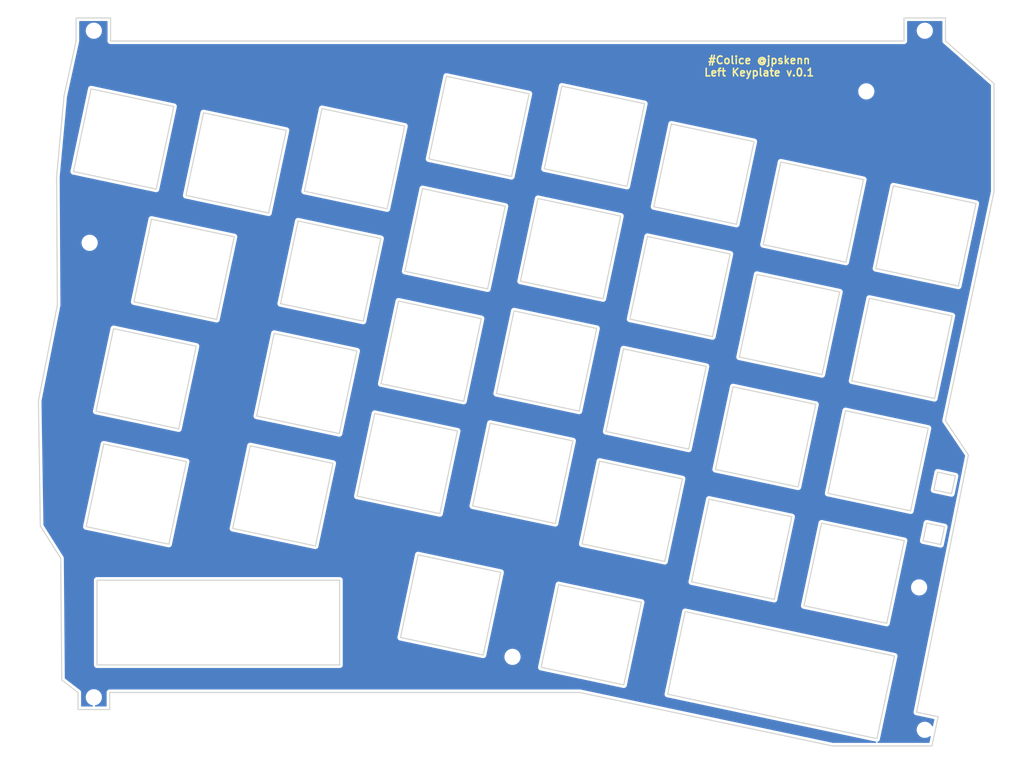
<source format=kicad_pcb>
(kicad_pcb (version 20171130) (host pcbnew "(5.1.5-0-10_14)")

  (general
    (thickness 1.6)
    (drawings 170)
    (tracks 1)
    (zones 0)
    (modules 8)
    (nets 1)
  )

  (page A4)
  (layers
    (0 F.Cu signal)
    (31 B.Cu signal)
    (32 B.Adhes user)
    (33 F.Adhes user)
    (34 B.Paste user)
    (35 F.Paste user)
    (36 B.SilkS user)
    (37 F.SilkS user)
    (38 B.Mask user)
    (39 F.Mask user)
    (40 Dwgs.User user)
    (41 Cmts.User user)
    (42 Eco1.User user)
    (43 Eco2.User user)
    (44 Edge.Cuts user)
    (45 Margin user)
    (46 B.CrtYd user)
    (47 F.CrtYd user)
    (48 B.Fab user)
    (49 F.Fab user)
  )

  (setup
    (last_trace_width 0.25)
    (trace_clearance 0.2)
    (zone_clearance 0.508)
    (zone_45_only no)
    (trace_min 0.2)
    (via_size 0.8)
    (via_drill 0.4)
    (via_min_size 0.4)
    (via_min_drill 0.3)
    (uvia_size 0.3)
    (uvia_drill 0.1)
    (uvias_allowed no)
    (uvia_min_size 0.2)
    (uvia_min_drill 0.1)
    (edge_width 0.05)
    (segment_width 0.2)
    (pcb_text_width 0.3)
    (pcb_text_size 1.5 1.5)
    (mod_edge_width 0.12)
    (mod_text_size 1 1)
    (mod_text_width 0.15)
    (pad_size 1.524 1.524)
    (pad_drill 0.762)
    (pad_to_mask_clearance 0.051)
    (solder_mask_min_width 0.25)
    (aux_axis_origin 0 0)
    (visible_elements FFFFFF7F)
    (pcbplotparams
      (layerselection 0x010fc_ffffffff)
      (usegerberextensions false)
      (usegerberattributes false)
      (usegerberadvancedattributes false)
      (creategerberjobfile false)
      (excludeedgelayer true)
      (linewidth 0.100000)
      (plotframeref false)
      (viasonmask false)
      (mode 1)
      (useauxorigin false)
      (hpglpennumber 1)
      (hpglpenspeed 20)
      (hpglpendiameter 15.000000)
      (psnegative false)
      (psa4output false)
      (plotreference true)
      (plotvalue true)
      (plotinvisibletext false)
      (padsonsilk false)
      (subtractmaskfromsilk false)
      (outputformat 1)
      (mirror false)
      (drillshape 0)
      (scaleselection 1)
      (outputdirectory "gerber/"))
  )

  (net 0 "")

  (net_class Default "これはデフォルトのネット クラスです。"
    (clearance 0.2)
    (trace_width 0.25)
    (via_dia 0.8)
    (via_drill 0.4)
    (uvia_dia 0.3)
    (uvia_drill 0.1)
  )

  (module SMK_SU120:M2_Hole (layer F.Cu) (tedit 5E0D8E1F) (tstamp 5E9B1DF2)
    (at 186.03976 128.59512)
    (descr "Resitance 3 pas")
    (tags R)
    (autoplace_cost180 10)
    (fp_text reference "" (at 0 1.651) (layer F.Fab) hide
      (effects (font (size 0.8128 0.8128) (thickness 0.15)))
    )
    (fp_text value "" (at 0 -1.4605) (layer F.Fab) hide
      (effects (font (size 0.5 0.5) (thickness 0.125)))
    )
    (pad "" np_thru_hole circle (at 0 0) (size 2.15 2.15) (drill 2.15) (layers *.Cu *.Mask))
    (model discret/resistor.wrl
      (at (xyz 0 0 0))
      (scale (xyz 0.3 0.3 0.3))
      (rotate (xyz 0 0 0))
    )
    (model Resistors_ThroughHole.3dshapes/Resistor_Horizontal_RM10mm.wrl
      (at (xyz 0 0 0))
      (scale (xyz 0.2 0.2 0.2))
      (rotate (xyz 0 0 0))
    )
  )

  (module SMK_SU120:M2_Hole (layer F.Cu) (tedit 5E0D8E1F) (tstamp 5E9B1DDD)
    (at 187.15228 156.55036)
    (descr "Resitance 3 pas")
    (tags R)
    (autoplace_cost180 10)
    (fp_text reference "" (at 0 1.651) (layer F.Fab) hide
      (effects (font (size 0.8128 0.8128) (thickness 0.15)))
    )
    (fp_text value "" (at 0 -1.4605) (layer F.Fab) hide
      (effects (font (size 0.5 0.5) (thickness 0.125)))
    )
    (pad "" np_thru_hole circle (at 0 0) (size 2.15 2.15) (drill 2.15) (layers *.Cu *.Mask))
    (model discret/resistor.wrl
      (at (xyz 0 0 0))
      (scale (xyz 0.3 0.3 0.3))
      (rotate (xyz 0 0 0))
    )
    (model Resistors_ThroughHole.3dshapes/Resistor_Horizontal_RM10mm.wrl
      (at (xyz 0 0 0))
      (scale (xyz 0.2 0.2 0.2))
      (rotate (xyz 0 0 0))
    )
  )

  (module SMK_SU120:M2_Hole (layer F.Cu) (tedit 5E0D8E1F) (tstamp 5E9B1DC8)
    (at 106.25836 142.23492)
    (descr "Resitance 3 pas")
    (tags R)
    (autoplace_cost180 10)
    (fp_text reference "" (at 0 1.651) (layer F.Fab) hide
      (effects (font (size 0.8128 0.8128) (thickness 0.15)))
    )
    (fp_text value "" (at 0 -1.4605) (layer F.Fab) hide
      (effects (font (size 0.5 0.5) (thickness 0.125)))
    )
    (pad "" np_thru_hole circle (at 0 0) (size 2.15 2.15) (drill 2.15) (layers *.Cu *.Mask))
    (model discret/resistor.wrl
      (at (xyz 0 0 0))
      (scale (xyz 0.3 0.3 0.3))
      (rotate (xyz 0 0 0))
    )
    (model Resistors_ThroughHole.3dshapes/Resistor_Horizontal_RM10mm.wrl
      (at (xyz 0 0 0))
      (scale (xyz 0.2 0.2 0.2))
      (rotate (xyz 0 0 0))
    )
  )

  (module SMK_SU120:M2_Hole (layer F.Cu) (tedit 5E0D8E1F) (tstamp 5E9B1DB3)
    (at 24.11476 150.16988)
    (descr "Resitance 3 pas")
    (tags R)
    (autoplace_cost180 10)
    (fp_text reference "" (at 0 1.651) (layer F.Fab) hide
      (effects (font (size 0.8128 0.8128) (thickness 0.15)))
    )
    (fp_text value "" (at 0 -1.4605) (layer F.Fab) hide
      (effects (font (size 0.5 0.5) (thickness 0.125)))
    )
    (pad "" np_thru_hole circle (at 0 0) (size 2.15 2.15) (drill 2.15) (layers *.Cu *.Mask))
    (model discret/resistor.wrl
      (at (xyz 0 0 0))
      (scale (xyz 0.3 0.3 0.3))
      (rotate (xyz 0 0 0))
    )
    (model Resistors_ThroughHole.3dshapes/Resistor_Horizontal_RM10mm.wrl
      (at (xyz 0 0 0))
      (scale (xyz 0.2 0.2 0.2))
      (rotate (xyz 0 0 0))
    )
  )

  (module SMK_SU120:M2_Hole (layer F.Cu) (tedit 5E0D8E1F) (tstamp 5E9B1D9E)
    (at 23.2918 60.93968)
    (descr "Resitance 3 pas")
    (tags R)
    (autoplace_cost180 10)
    (fp_text reference "" (at 0 1.651) (layer F.Fab) hide
      (effects (font (size 0.8128 0.8128) (thickness 0.15)))
    )
    (fp_text value "" (at 0 -1.4605) (layer F.Fab) hide
      (effects (font (size 0.5 0.5) (thickness 0.125)))
    )
    (pad "" np_thru_hole circle (at 0 0) (size 2.15 2.15) (drill 2.15) (layers *.Cu *.Mask))
    (model discret/resistor.wrl
      (at (xyz 0 0 0))
      (scale (xyz 0.3 0.3 0.3))
      (rotate (xyz 0 0 0))
    )
    (model Resistors_ThroughHole.3dshapes/Resistor_Horizontal_RM10mm.wrl
      (at (xyz 0 0 0))
      (scale (xyz 0.2 0.2 0.2))
      (rotate (xyz 0 0 0))
    )
  )

  (module SMK_SU120:M2_Hole (layer F.Cu) (tedit 5E0D8E1F) (tstamp 5E9B1D89)
    (at 24.11476 19.29892)
    (descr "Resitance 3 pas")
    (tags R)
    (autoplace_cost180 10)
    (fp_text reference "" (at 0 1.651) (layer F.Fab) hide
      (effects (font (size 0.8128 0.8128) (thickness 0.15)))
    )
    (fp_text value "" (at 0 -1.4605) (layer F.Fab) hide
      (effects (font (size 0.5 0.5) (thickness 0.125)))
    )
    (pad "" np_thru_hole circle (at 0 0) (size 2.15 2.15) (drill 2.15) (layers *.Cu *.Mask))
    (model discret/resistor.wrl
      (at (xyz 0 0 0))
      (scale (xyz 0.3 0.3 0.3))
      (rotate (xyz 0 0 0))
    )
    (model Resistors_ThroughHole.3dshapes/Resistor_Horizontal_RM10mm.wrl
      (at (xyz 0 0 0))
      (scale (xyz 0.2 0.2 0.2))
      (rotate (xyz 0 0 0))
    )
  )

  (module SMK_SU120:M2_Hole (layer F.Cu) (tedit 5E0D8E1F) (tstamp 5E9B1D74)
    (at 175.67656 31.21152)
    (descr "Resitance 3 pas")
    (tags R)
    (autoplace_cost180 10)
    (fp_text reference "" (at 0 1.651) (layer F.Fab) hide
      (effects (font (size 0.8128 0.8128) (thickness 0.15)))
    )
    (fp_text value "" (at 0 -1.4605) (layer F.Fab) hide
      (effects (font (size 0.5 0.5) (thickness 0.125)))
    )
    (pad "" np_thru_hole circle (at 0 0) (size 2.15 2.15) (drill 2.15) (layers *.Cu *.Mask))
    (model discret/resistor.wrl
      (at (xyz 0 0 0))
      (scale (xyz 0.3 0.3 0.3))
      (rotate (xyz 0 0 0))
    )
    (model Resistors_ThroughHole.3dshapes/Resistor_Horizontal_RM10mm.wrl
      (at (xyz 0 0 0))
      (scale (xyz 0.2 0.2 0.2))
      (rotate (xyz 0 0 0))
    )
  )

  (module SMK_SU120:M2_Hole (layer F.Cu) (tedit 5E0D8E1F) (tstamp 5E9B1D5F)
    (at 187.15736 19.29892)
    (descr "Resitance 3 pas")
    (tags R)
    (autoplace_cost180 10)
    (fp_text reference "" (at 0 1.651) (layer F.Fab) hide
      (effects (font (size 0.8128 0.8128) (thickness 0.15)))
    )
    (fp_text value "" (at 0 -1.4605) (layer F.Fab) hide
      (effects (font (size 0.5 0.5) (thickness 0.125)))
    )
    (pad "" np_thru_hole circle (at 0 0) (size 2.15 2.15) (drill 2.15) (layers *.Cu *.Mask))
    (model discret/resistor.wrl
      (at (xyz 0 0 0))
      (scale (xyz 0.3 0.3 0.3))
      (rotate (xyz 0 0 0))
    )
    (model Resistors_ThroughHole.3dshapes/Resistor_Horizontal_RM10mm.wrl
      (at (xyz 0 0 0))
      (scale (xyz 0.2 0.2 0.2))
      (rotate (xyz 0 0 0))
    )
  )

  (gr_text "#Colice @jpskenn\nLeft Keyplate v.0.1" (at 154.65552 26.28392) (layer F.SilkS)
    (effects (font (size 1.5 1.5) (thickness 0.3)))
  )
  (gr_line (start 186.804476 119.442993) (end 187.543144 115.967852) (layer Edge.Cuts) (width 0.2))
  (gr_line (start 190.279627 120.18166) (end 186.804476 119.442993) (layer Edge.Cuts) (width 0.2))
  (gr_line (start 191.018296 116.706518) (end 190.279627 120.18166) (layer Edge.Cuts) (width 0.2))
  (gr_line (start 187.543144 115.967852) (end 191.018296 116.706518) (layer Edge.Cuts) (width 0.2))
  (gr_line (start 188.929209 109.447439) (end 189.667878 105.972297) (layer Edge.Cuts) (width 0.2))
  (gr_line (start 192.404361 110.186105) (end 188.929209 109.447439) (layer Edge.Cuts) (width 0.2))
  (gr_line (start 193.143029 106.710963) (end 192.404361 110.186105) (layer Edge.Cuts) (width 0.2))
  (gr_line (start 189.667878 105.972297) (end 193.143029 106.710963) (layer Edge.Cuts) (width 0.2))
  (gr_line (start 136.702742 149.565589) (end 140.149961 133.347758) (layer Edge.Cuts) (width 0.2))
  (gr_line (start 177.744715 158.289314) (end 136.702742 149.565589) (layer Edge.Cuts) (width 0.2))
  (gr_line (start 181.191936 142.071483) (end 177.744715 158.289314) (layer Edge.Cuts) (width 0.2))
  (gr_line (start 140.149961 133.347758) (end 181.191936 142.071483) (layer Edge.Cuts) (width 0.2))
  (gr_line (start 172.841517 88.054935) (end 176.288737 71.837104) (layer Edge.Cuts) (width 0.2))
  (gr_line (start 189.059395 91.502146) (end 172.841517 88.054935) (layer Edge.Cuts) (width 0.2))
  (gr_line (start 192.506615 75.284314) (end 189.059395 91.502146) (layer Edge.Cuts) (width 0.2))
  (gr_line (start 176.288737 71.837104) (end 192.506615 75.284314) (layer Edge.Cuts) (width 0.2))
  (gr_line (start 168.151044 110.121791) (end 171.598264 93.903959) (layer Edge.Cuts) (width 0.2))
  (gr_line (start 184.368922 113.569001) (end 168.151044 110.121791) (layer Edge.Cuts) (width 0.2))
  (gr_line (start 187.816142 97.351169) (end 184.368922 113.569001) (layer Edge.Cuts) (width 0.2))
  (gr_line (start 171.598264 93.903959) (end 187.816142 97.351169) (layer Edge.Cuts) (width 0.2))
  (gr_line (start 163.460505 132.188953) (end 166.907725 115.971121) (layer Edge.Cuts) (width 0.2))
  (gr_line (start 179.678383 135.636163) (end 163.460505 132.188953) (layer Edge.Cuts) (width 0.2))
  (gr_line (start 183.125603 119.418331) (end 179.678383 135.636163) (layer Edge.Cuts) (width 0.2))
  (gr_line (start 166.907725 115.971121) (end 183.125603 119.418331) (layer Edge.Cuts) (width 0.2))
  (gr_line (start 141.39328 127.498427) (end 144.8405 111.280596) (layer Edge.Cuts) (width 0.2))
  (gr_line (start 157.611158 130.945638) (end 141.39328 127.498427) (layer Edge.Cuts) (width 0.2))
  (gr_line (start 161.058378 114.727806) (end 157.611158 130.945638) (layer Edge.Cuts) (width 0.2))
  (gr_line (start 144.8405 111.280596) (end 161.058378 114.727806) (layer Edge.Cuts) (width 0.2))
  (gr_line (start 146.083819 105.431266) (end 149.531039 89.213434) (layer Edge.Cuts) (width 0.2))
  (gr_line (start 162.301697 108.878476) (end 146.083819 105.431266) (layer Edge.Cuts) (width 0.2))
  (gr_line (start 165.748917 92.660644) (end 162.301697 108.878476) (layer Edge.Cuts) (width 0.2))
  (gr_line (start 149.531039 89.213434) (end 165.748917 92.660644) (layer Edge.Cuts) (width 0.2))
  (gr_line (start 150.774292 83.36441) (end 154.221512 67.146579) (layer Edge.Cuts) (width 0.2))
  (gr_line (start 166.99217 86.81162) (end 150.774292 83.36441) (layer Edge.Cuts) (width 0.2))
  (gr_line (start 170.43939 70.593789) (end 166.99217 86.81162) (layer Edge.Cuts) (width 0.2))
  (gr_line (start 154.221512 67.146579) (end 170.43939 70.593789) (layer Edge.Cuts) (width 0.2))
  (gr_line (start 124.602586 97.983878) (end 128.049806 81.766046) (layer Edge.Cuts) (width 0.2))
  (gr_line (start 140.820463 101.431088) (end 124.602586 97.983878) (layer Edge.Cuts) (width 0.2))
  (gr_line (start 144.267684 85.213256) (end 140.820463 101.431088) (layer Edge.Cuts) (width 0.2))
  (gr_line (start 128.049806 81.766046) (end 144.267684 85.213256) (layer Edge.Cuts) (width 0.2))
  (gr_line (start 129.293124 75.916716) (end 132.740344 59.698884) (layer Edge.Cuts) (width 0.2))
  (gr_line (start 145.511002 79.363926) (end 129.293124 75.916716) (layer Edge.Cuts) (width 0.2))
  (gr_line (start 148.958222 63.146095) (end 145.511002 79.363926) (layer Edge.Cuts) (width 0.2))
  (gr_line (start 132.740344 59.698884) (end 148.958222 63.146095) (layer Edge.Cuts) (width 0.2))
  (gr_line (start 101.878685 96.382755) (end 118.096563 99.829965) (layer Edge.Cuts) (width 0.2))
  (gr_line (start 75.777903 110.670054) (end 79.225124 94.452223) (layer Edge.Cuts) (width 0.2))
  (gr_line (start 91.995781 114.117265) (end 75.777903 110.670054) (layer Edge.Cuts) (width 0.2))
  (gr_line (start 95.443001 97.899433) (end 91.995781 114.117265) (layer Edge.Cuts) (width 0.2))
  (gr_line (start 111.259697 52.248738) (end 127.477575 55.695948) (layer Edge.Cuts) (width 0.2))
  (gr_line (start 85.158981 66.535731) (end 88.606201 50.317899) (layer Edge.Cuts) (width 0.2))
  (gr_line (start 101.376858 69.982941) (end 85.158981 66.535731) (layer Edge.Cuts) (width 0.2))
  (gr_line (start 104.824079 53.76511) (end 101.376858 69.982941) (layer Edge.Cuts) (width 0.2))
  (gr_line (start 88.606201 50.317899) (end 104.824079 53.76511) (layer Edge.Cuts) (width 0.2))
  (gr_line (start 60.746486 72.878788) (end 64.193706 56.660955) (layer Edge.Cuts) (width 0.2))
  (gr_line (start 76.964364 76.325997) (end 60.746486 72.878788) (layer Edge.Cuts) (width 0.2))
  (gr_line (start 119.912047 120.05104) (end 123.359267 103.833208) (layer Edge.Cuts) (width 0.2))
  (gr_line (start 136.129925 123.49825) (end 119.912047 120.05104) (layer Edge.Cuts) (width 0.2))
  (gr_line (start 139.577145 107.280418) (end 136.129925 123.49825) (layer Edge.Cuts) (width 0.2))
  (gr_line (start 123.359267 103.833208) (end 139.577145 107.280418) (layer Edge.Cuts) (width 0.2))
  (gr_line (start 111.875581 144.288423) (end 115.322801 128.070591) (layer Edge.Cuts) (width 0.2))
  (gr_line (start 128.093459 147.735633) (end 111.875581 144.288423) (layer Edge.Cuts) (width 0.2))
  (gr_line (start 131.540679 131.517801) (end 128.093459 147.735633) (layer Edge.Cuts) (width 0.2))
  (gr_line (start 115.322801 128.070591) (end 131.540679 131.517801) (layer Edge.Cuts) (width 0.2))
  (gr_line (start 84.291857 138.425332) (end 87.739077 122.2075) (layer Edge.Cuts) (width 0.2))
  (gr_line (start 100.509734 141.872542) (end 84.291857 138.425332) (layer Edge.Cuts) (width 0.2))
  (gr_line (start 103.956955 125.65471) (end 100.509734 141.872542) (layer Edge.Cuts) (width 0.2))
  (gr_line (start 87.739077 122.2075) (end 103.956955 125.65471) (layer Edge.Cuts) (width 0.2))
  (gr_line (start 98.431465 112.600587) (end 101.878685 96.382755) (layer Edge.Cuts) (width 0.2))
  (gr_line (start 114.649343 116.047797) (end 98.431465 112.600587) (layer Edge.Cuts) (width 0.2))
  (gr_line (start 118.096563 99.829965) (end 114.649343 116.047797) (layer Edge.Cuts) (width 0.2))
  (gr_line (start 79.225124 94.452223) (end 95.443001 97.899433) (layer Edge.Cuts) (width 0.2))
  (gr_line (start 80.468442 88.602893) (end 83.915662 72.385061) (layer Edge.Cuts) (width 0.2))
  (gr_line (start 96.68632 92.050103) (end 80.468442 88.602893) (layer Edge.Cuts) (width 0.2))
  (gr_line (start 100.13354 75.832272) (end 96.68632 92.050103) (layer Edge.Cuts) (width 0.2))
  (gr_line (start 83.915662 72.385061) (end 100.13354 75.832272) (layer Edge.Cuts) (width 0.2))
  (gr_line (start 103.122004 90.533425) (end 106.569224 74.315593) (layer Edge.Cuts) (width 0.2))
  (gr_line (start 119.339881 93.980635) (end 103.122004 90.533425) (layer Edge.Cuts) (width 0.2))
  (gr_line (start 122.787102 77.762804) (end 119.339881 93.980635) (layer Edge.Cuts) (width 0.2))
  (gr_line (start 106.569224 74.315593) (end 122.787102 77.762804) (layer Edge.Cuts) (width 0.2))
  (gr_line (start 107.812477 68.46657) (end 111.259697 52.248738) (layer Edge.Cuts) (width 0.2))
  (gr_line (start 124.030355 71.91378) (end 107.812477 68.46657) (layer Edge.Cuts) (width 0.2))
  (gr_line (start 127.477575 55.695948) (end 124.030355 71.91378) (layer Edge.Cuts) (width 0.2))
  (gr_line (start 20.635464 16.790252) (end 20.635464 21.315012) (layer Edge.Cuts) (width 0.2))
  (gr_line (start 27.408665 16.790252) (end 20.635464 16.790252) (layer Edge.Cuts) (width 0.2))
  (gr_line (start 27.408665 21.315012) (end 27.408665 16.790252) (layer Edge.Cuts) (width 0.2))
  (gr_line (start 21.008201 149.239635) (end 21.008201 152.585356) (layer Edge.Cuts) (width 0.2))
  (gr_line (start 17.819086 146.774589) (end 21.008201 149.239635) (layer Edge.Cuts) (width 0.2))
  (gr_line (start 17.619593 122.881003) (end 17.819086 146.774589) (layer Edge.Cuts) (width 0.2))
  (gr_line (start 13.619534 116.544115) (end 17.619593 122.881003) (layer Edge.Cuts) (width 0.2))
  (gr_line (start 13.234445 91.957648) (end 13.619534 116.544115) (layer Edge.Cuts) (width 0.2))
  (gr_line (start 16.952557 73.190663) (end 13.234445 91.957648) (layer Edge.Cuts) (width 0.2))
  (gr_line (start 169.04123 159.726299) (end 188.558536 159.726299) (layer Edge.Cuts) (width 0.2))
  (gr_line (start 119.470527 149.237231) (end 169.04123 159.726299) (layer Edge.Cuts) (width 0.2))
  (gr_line (start 27.234185 149.237231) (end 119.470527 149.237231) (layer Edge.Cuts) (width 0.2))
  (gr_line (start 27.234185 152.582652) (end 27.234185 149.237231) (layer Edge.Cuts) (width 0.2))
  (gr_line (start 21.008201 152.585356) (end 27.234185 152.582652) (layer Edge.Cuts) (width 0.2))
  (gr_line (start 24.744775 127.183034) (end 72.34588 127.183034) (layer Edge.Cuts) (width 0.2))
  (gr_line (start 191.187464 95.856532) (end 191.187464 95.856532) (layer Edge.Cuts) (width 0.2))
  (gr_line (start 195.716828 102.585533) (end 191.187464 95.856532) (layer Edge.Cuts) (width 0.2))
  (gr_line (start 185.559651 153.091045) (end 195.716828 102.585533) (layer Edge.Cuts) (width 0.2))
  (gr_line (start 189.77804 153.987945) (end 185.559651 153.091045) (layer Edge.Cuts) (width 0.2))
  (gr_line (start 188.558536 159.726299) (end 189.77804 153.987945) (layer Edge.Cuts) (width 0.2))
  (gr_line (start 191.187464 95.856532) (end 200.740602 50.9133) (layer Edge.Cuts) (width 0.2))
  (gr_line (start 16.805562 47.988536) (end 16.952557 73.190663) (layer Edge.Cuts) (width 0.2))
  (gr_line (start 18.254822 32.14361) (end 16.805562 47.988536) (layer Edge.Cuts) (width 0.2))
  (gr_line (start 20.635464 21.315012) (end 18.254822 32.14361) (layer Edge.Cuts) (width 0.2))
  (gr_line (start 183.073087 21.315012) (end 27.408665 21.315012) (layer Edge.Cuts) (width 0.2))
  (gr_line (start 183.073087 16.790252) (end 183.073087 21.315012) (layer Edge.Cuts) (width 0.2))
  (gr_line (start 191.219889 16.790252) (end 183.073087 16.790252) (layer Edge.Cuts) (width 0.2))
  (gr_line (start 80.411584 60.108165) (end 76.964364 76.325997) (layer Edge.Cuts) (width 0.2))
  (gr_line (start 64.193706 56.660955) (end 80.411584 60.108165) (layer Edge.Cuts) (width 0.2))
  (gr_line (start 56.055948 94.945948) (end 59.503168 78.728117) (layer Edge.Cuts) (width 0.2))
  (gr_line (start 72.273826 98.393159) (end 56.055948 94.945948) (layer Edge.Cuts) (width 0.2))
  (gr_line (start 75.721046 82.175327) (end 72.273826 98.393159) (layer Edge.Cuts) (width 0.2))
  (gr_line (start 59.503168 78.728117) (end 75.721046 82.175327) (layer Edge.Cuts) (width 0.2))
  (gr_line (start 51.365409 117.01311) (end 54.812629 100.795279) (layer Edge.Cuts) (width 0.2))
  (gr_line (start 67.583287 120.46032) (end 51.365409 117.01311) (layer Edge.Cuts) (width 0.2))
  (gr_line (start 71.030507 104.242489) (end 67.583287 120.46032) (layer Edge.Cuts) (width 0.2))
  (gr_line (start 54.812629 100.795279) (end 71.030507 104.242489) (layer Edge.Cuts) (width 0.2))
  (gr_line (start 22.608743 116.666744) (end 26.055963 100.448913) (layer Edge.Cuts) (width 0.2))
  (gr_line (start 38.826621 120.113955) (end 22.608743 116.666744) (layer Edge.Cuts) (width 0.2))
  (gr_line (start 42.273841 103.896123) (end 38.826621 120.113955) (layer Edge.Cuts) (width 0.2))
  (gr_line (start 26.055963 100.448913) (end 42.273841 103.896123) (layer Edge.Cuts) (width 0.2))
  (gr_line (start 24.546702 94.014505) (end 27.993922 77.796673) (layer Edge.Cuts) (width 0.2))
  (gr_line (start 40.757224 97.460151) (end 24.546702 94.014505) (layer Edge.Cuts) (width 0.2))
  (gr_line (start 44.204444 81.24232) (end 40.757224 97.460151) (layer Edge.Cuts) (width 0.2))
  (gr_line (start 27.993922 77.796673) (end 44.204444 81.24232) (layer Edge.Cuts) (width 0.2))
  (gr_line (start 31.98982 72.532421) (end 35.43704 56.314589) (layer Edge.Cuts) (width 0.2))
  (gr_line (start 48.207698 75.979631) (end 31.98982 72.532421) (layer Edge.Cuts) (width 0.2))
  (gr_line (start 51.654918 59.761799) (end 48.207698 75.979631) (layer Edge.Cuts) (width 0.2))
  (gr_line (start 35.43704 56.314589) (end 51.654918 59.761799) (layer Edge.Cuts) (width 0.2))
  (gr_line (start 20.12994 46.947365) (end 23.57716 30.729534) (layer Edge.Cuts) (width 0.2))
  (gr_line (start 36.347818 50.394575) (end 20.12994 46.947365) (layer Edge.Cuts) (width 0.2))
  (gr_line (start 39.795038 34.176744) (end 36.347818 50.394575) (layer Edge.Cuts) (width 0.2))
  (gr_line (start 23.57716 30.729534) (end 39.795038 34.176744) (layer Edge.Cuts) (width 0.2))
  (gr_line (start 42.197165 51.63789) (end 45.644385 35.420059) (layer Edge.Cuts) (width 0.2))
  (gr_line (start 58.415043 55.0851) (end 42.197165 51.63789) (layer Edge.Cuts) (width 0.2))
  (gr_line (start 61.862263 38.867269) (end 58.415043 55.0851) (layer Edge.Cuts) (width 0.2))
  (gr_line (start 45.644385 35.420059) (end 61.862263 38.867269) (layer Edge.Cuts) (width 0.2))
  (gr_line (start 65.437025 50.811625) (end 68.884245 34.593793) (layer Edge.Cuts) (width 0.2))
  (gr_line (start 81.654903 54.258835) (end 65.437025 50.811625) (layer Edge.Cuts) (width 0.2))
  (gr_line (start 85.102123 38.041003) (end 81.654903 54.258835) (layer Edge.Cuts) (width 0.2))
  (gr_line (start 68.884245 34.593793) (end 85.102123 38.041003) (layer Edge.Cuts) (width 0.2))
  (gr_line (start 89.849454 44.468875) (end 93.296674 28.251044) (layer Edge.Cuts) (width 0.2))
  (gr_line (start 106.067332 47.916086) (end 89.849454 44.468875) (layer Edge.Cuts) (width 0.2))
  (gr_line (start 109.514552 31.698254) (end 106.067332 47.916086) (layer Edge.Cuts) (width 0.2))
  (gr_line (start 93.296674 28.251044) (end 109.514552 31.698254) (layer Edge.Cuts) (width 0.2))
  (gr_line (start 112.503015 46.399408) (end 115.950236 30.181576) (layer Edge.Cuts) (width 0.2))
  (gr_line (start 128.720893 49.846618) (end 112.503015 46.399408) (layer Edge.Cuts) (width 0.2))
  (gr_line (start 132.168113 33.628786) (end 128.720893 49.846618) (layer Edge.Cuts) (width 0.2))
  (gr_line (start 115.950236 30.181576) (end 132.168113 33.628786) (layer Edge.Cuts) (width 0.2))
  (gr_line (start 133.983597 53.849861) (end 137.430818 37.632029) (layer Edge.Cuts) (width 0.2))
  (gr_line (start 150.201475 57.297071) (end 133.983597 53.849861) (layer Edge.Cuts) (width 0.2))
  (gr_line (start 153.648695 41.079239) (end 150.201475 57.297071) (layer Edge.Cuts) (width 0.2))
  (gr_line (start 137.430818 37.632029) (end 153.648695 41.079239) (layer Edge.Cuts) (width 0.2))
  (gr_line (start 155.464831 61.297248) (end 158.912051 45.079417) (layer Edge.Cuts) (width 0.2))
  (gr_line (start 171.682709 64.744459) (end 155.464831 61.297248) (layer Edge.Cuts) (width 0.2))
  (gr_line (start 175.129929 48.526627) (end 171.682709 64.744459) (layer Edge.Cuts) (width 0.2))
  (gr_line (start 158.912051 45.079417) (end 175.129929 48.526627) (layer Edge.Cuts) (width 0.2))
  (gr_line (start 177.532056 65.987774) (end 180.979276 49.769942) (layer Edge.Cuts) (width 0.2))
  (gr_line (start 193.749934 69.434984) (end 177.532056 65.987774) (layer Edge.Cuts) (width 0.2))
  (gr_line (start 197.197154 53.217152) (end 193.749934 69.434984) (layer Edge.Cuts) (width 0.2))
  (gr_line (start 180.979276 49.769942) (end 197.197154 53.217152) (layer Edge.Cuts) (width 0.2))
  (gr_line (start 24.744775 143.807982) (end 24.744775 127.183034) (layer Edge.Cuts) (width 0.2))
  (gr_line (start 72.34588 143.807982) (end 24.744775 143.807982) (layer Edge.Cuts) (width 0.2))
  (gr_line (start 72.34588 127.183034) (end 72.34588 143.807982) (layer Edge.Cuts) (width 0.2))
  (gr_line (start 191.219889 21.315012) (end 191.219889 16.790252) (layer Edge.Cuts) (width 0.2))
  (gr_line (start 200.740602 29.685174) (end 191.219889 21.315012) (layer Edge.Cuts) (width 0.2))
  (gr_line (start 200.740602 50.9133) (end 200.740602 29.685174) (layer Edge.Cuts) (width 0.2))

  (segment (start 142.875 29.21) (end 166.37 29.21) (width 0.25) (layer F.Cu) (net 0))

  (zone (net 0) (net_name "") (layer B.Cu) (tstamp 5E9B1E72) (hatch edge 0.508)
    (connect_pads (clearance 0.508))
    (min_thickness 0.254)
    (fill yes (arc_segments 32) (thermal_gap 0.508) (thermal_bridge_width 0.508))
    (polygon
      (pts
        (xy 206.61884 14.9352) (xy 202.70216 164.2872) (xy 5.70484 161.85388) (xy 8.22452 13.26896)
      )
    )
    (filled_polygon
      (pts
        (xy 26.673665 21.278907) (xy 26.670109 21.315012) (xy 26.6843 21.459097) (xy 26.726328 21.597645) (xy 26.794578 21.725332)
        (xy 26.886427 21.83725) (xy 26.998345 21.929099) (xy 27.126032 21.997349) (xy 27.26458 22.039377) (xy 27.408665 22.053568)
        (xy 27.44477 22.050012) (xy 183.036982 22.050012) (xy 183.073087 22.053568) (xy 183.109192 22.050012) (xy 183.217172 22.039377)
        (xy 183.35572 21.997349) (xy 183.483407 21.929099) (xy 183.595325 21.83725) (xy 183.687174 21.725332) (xy 183.755424 21.597645)
        (xy 183.797452 21.459097) (xy 183.811643 21.315012) (xy 183.808087 21.278907) (xy 183.808087 19.1305) (xy 185.44736 19.1305)
        (xy 185.44736 19.46734) (xy 185.513074 19.797709) (xy 185.641978 20.108909) (xy 185.829116 20.388981) (xy 186.067299 20.627164)
        (xy 186.347371 20.814302) (xy 186.658571 20.943206) (xy 186.98894 21.00892) (xy 187.32578 21.00892) (xy 187.656149 20.943206)
        (xy 187.967349 20.814302) (xy 188.247421 20.627164) (xy 188.485604 20.388981) (xy 188.672742 20.108909) (xy 188.801646 19.797709)
        (xy 188.86736 19.46734) (xy 188.86736 19.1305) (xy 188.801646 18.800131) (xy 188.672742 18.488931) (xy 188.485604 18.208859)
        (xy 188.247421 17.970676) (xy 187.967349 17.783538) (xy 187.656149 17.654634) (xy 187.32578 17.58892) (xy 186.98894 17.58892)
        (xy 186.658571 17.654634) (xy 186.347371 17.783538) (xy 186.067299 17.970676) (xy 185.829116 18.208859) (xy 185.641978 18.488931)
        (xy 185.513074 18.800131) (xy 185.44736 19.1305) (xy 183.808087 19.1305) (xy 183.808087 17.525252) (xy 190.48489 17.525252)
        (xy 190.484889 21.302558) (xy 190.482856 21.36241) (xy 190.490742 21.410541) (xy 190.495524 21.459096) (xy 190.502424 21.481841)
        (xy 190.506265 21.505287) (xy 190.523389 21.550953) (xy 190.537552 21.597644) (xy 190.548756 21.618606) (xy 190.557098 21.640852)
        (xy 190.582802 21.682301) (xy 190.605802 21.725331) (xy 190.62088 21.743703) (xy 190.633402 21.763896) (xy 190.666702 21.799538)
        (xy 190.697651 21.837249) (xy 190.743966 21.875259) (xy 200.005603 30.017655) (xy 200.005602 50.836044) (xy 190.475033 95.673105)
        (xy 190.463099 95.712447) (xy 190.462975 95.713709) (xy 190.462614 95.714913) (xy 190.456338 95.780939) (xy 190.448972 95.846862)
        (xy 190.449384 95.851696) (xy 190.448908 95.856532) (xy 190.449032 95.857792) (xy 190.448913 95.859044) (xy 190.455638 95.925021)
        (xy 190.461275 95.99112) (xy 190.462623 95.995782) (xy 190.463099 96.000617) (xy 190.463466 96.001828) (xy 190.463594 96.00308)
        (xy 190.483067 96.066498) (xy 190.501486 96.130207) (xy 190.503716 96.134514) (xy 190.505127 96.139165) (xy 190.505723 96.14028)
        (xy 190.506093 96.141485) (xy 190.537572 96.199899) (xy 190.568058 96.258776) (xy 190.571086 96.262566) (xy 190.573377 96.266852)
        (xy 190.597191 96.295869) (xy 194.935761 102.741421) (xy 184.846998 152.906753) (xy 184.837244 152.937449) (xy 184.832763 152.977535)
        (xy 184.83196 152.981527) (xy 184.828748 153.013452) (xy 184.821159 153.081335) (xy 184.821507 153.085414) (xy 184.821097 153.089485)
        (xy 184.82765 153.157492) (xy 184.833455 153.225594) (xy 184.834592 153.229526) (xy 184.834984 153.233598) (xy 184.854677 153.299014)
        (xy 184.873658 153.364683) (xy 184.87554 153.368318) (xy 184.876719 153.372235) (xy 184.908802 153.432565) (xy 184.940223 153.493255)
        (xy 184.942777 153.496452) (xy 184.944699 153.500066) (xy 184.987942 153.552986) (xy 185.030592 153.606371) (xy 185.033721 153.609009)
        (xy 185.036311 153.612178) (xy 185.089051 153.655647) (xy 185.141294 153.699684) (xy 185.144877 153.70166) (xy 185.148035 153.704263)
        (xy 185.208233 153.736603) (xy 185.268072 153.769607) (xy 185.271972 153.770846) (xy 185.275577 153.772783) (xy 185.34089 153.792746)
        (xy 185.371479 153.802466) (xy 185.375462 153.803313) (xy 185.414036 153.815103) (xy 185.446081 153.818328) (xy 188.906322 154.554032)
        (xy 188.657451 155.725089) (xy 188.480524 155.460299) (xy 188.242341 155.222116) (xy 187.962269 155.034978) (xy 187.651069 154.906074)
        (xy 187.3207 154.84036) (xy 186.98386 154.84036) (xy 186.653491 154.906074) (xy 186.342291 155.034978) (xy 186.062219 155.222116)
        (xy 185.824036 155.460299) (xy 185.636898 155.740371) (xy 185.507994 156.051571) (xy 185.44228 156.38194) (xy 185.44228 156.71878)
        (xy 185.507994 157.049149) (xy 185.636898 157.360349) (xy 185.824036 157.640421) (xy 186.062219 157.878604) (xy 186.342291 158.065742)
        (xy 186.653491 158.194646) (xy 186.98386 158.26036) (xy 187.3207 158.26036) (xy 187.651069 158.194646) (xy 187.962269 158.065742)
        (xy 188.192748 157.911741) (xy 187.963323 158.991299) (xy 177.963025 158.991299) (xy 178.018392 158.975292) (xy 178.080388 158.94319)
        (xy 178.146961 158.908719) (xy 178.260072 158.818343) (xy 178.310704 158.758269) (xy 178.353378 158.707637) (xy 178.378229 158.662572)
        (xy 178.423294 158.580854) (xy 178.467131 158.442868) (xy 178.47116 158.406811) (xy 181.903368 142.259615) (xy 181.914353 142.225037)
        (xy 181.930429 142.08115) (xy 181.918125 141.936891) (xy 181.877914 141.797805) (xy 181.811341 141.669236) (xy 181.720965 141.556125)
        (xy 181.610258 141.462819) (xy 181.483476 141.392904) (xy 181.380067 141.360051) (xy 181.380059 141.360049) (xy 181.345491 141.349067)
        (xy 181.309443 141.34504) (xy 140.338098 132.636328) (xy 140.303516 132.625341) (xy 140.159629 132.609265) (xy 140.01537 132.621569)
        (xy 139.876283 132.66178) (xy 139.747715 132.728353) (xy 139.634604 132.818728) (xy 139.541297 132.929435) (xy 139.471382 133.056217)
        (xy 139.438529 133.159626) (xy 139.438527 133.159637) (xy 139.427545 133.194204) (xy 139.423518 133.230247) (xy 135.991309 149.377463)
        (xy 135.980326 149.412035) (xy 135.976298 149.448083) (xy 135.976297 149.44809) (xy 135.96425 149.555921) (xy 135.976553 149.700179)
        (xy 136.016764 149.839266) (xy 136.083337 149.967835) (xy 136.173713 150.080946) (xy 136.284419 150.174252) (xy 136.329484 150.199103)
        (xy 136.411202 150.244168) (xy 136.4944 150.270599) (xy 136.549188 150.288005) (xy 136.585246 150.292034) (xy 177.512141 158.991299)
        (xy 169.118145 158.991299) (xy 119.653628 148.524701) (xy 119.614612 148.512866) (xy 119.546974 148.506204) (xy 119.479517 148.49873)
        (xy 119.438909 148.502231) (xy 27.27029 148.502231) (xy 27.234185 148.498675) (xy 27.19808 148.502231) (xy 27.0901 148.512866)
        (xy 26.951552 148.554894) (xy 26.823865 148.623144) (xy 26.711947 148.714993) (xy 26.620098 148.826911) (xy 26.551848 148.954598)
        (xy 26.50982 149.093146) (xy 26.495629 149.237231) (xy 26.499186 149.273346) (xy 26.499185 151.847972) (xy 24.439097 151.848866)
        (xy 24.613549 151.814166) (xy 24.924749 151.685262) (xy 25.204821 151.498124) (xy 25.443004 151.259941) (xy 25.630142 150.979869)
        (xy 25.759046 150.668669) (xy 25.82476 150.3383) (xy 25.82476 150.00146) (xy 25.759046 149.671091) (xy 25.630142 149.359891)
        (xy 25.443004 149.079819) (xy 25.204821 148.841636) (xy 24.924749 148.654498) (xy 24.613549 148.525594) (xy 24.28318 148.45988)
        (xy 23.94634 148.45988) (xy 23.615971 148.525594) (xy 23.304771 148.654498) (xy 23.024699 148.841636) (xy 22.786516 149.079819)
        (xy 22.599378 149.359891) (xy 22.470474 149.671091) (xy 22.40476 150.00146) (xy 22.40476 150.3383) (xy 22.470474 150.668669)
        (xy 22.599378 150.979869) (xy 22.786516 151.259941) (xy 23.024699 151.498124) (xy 23.304771 151.685262) (xy 23.615971 151.814166)
        (xy 23.791836 151.849147) (xy 21.743201 151.850037) (xy 21.743201 149.301204) (xy 21.745 149.290542) (xy 21.743201 149.228935)
        (xy 21.743201 149.20353) (xy 21.742147 149.192824) (xy 21.740774 149.145821) (xy 21.735068 149.120951) (xy 21.732566 149.09555)
        (xy 21.718912 149.050539) (xy 21.708396 149.004706) (xy 21.697947 148.981425) (xy 21.690538 148.957002) (xy 21.668369 148.915527)
        (xy 21.64911 148.872618) (xy 21.634317 148.85182) (xy 21.622288 148.829315) (xy 21.592455 148.792963) (xy 21.565193 148.754635)
        (xy 21.546625 148.737121) (xy 21.530438 148.717397) (xy 21.49409 148.687567) (xy 21.486264 148.680185) (xy 21.466165 148.664649)
        (xy 21.41852 148.625548) (xy 21.408984 148.620451) (xy 18.551079 146.411416) (xy 18.390537 127.183034) (xy 24.006219 127.183034)
        (xy 24.009776 127.219149) (xy 24.009775 143.771877) (xy 24.006219 143.807982) (xy 24.02041 143.952067) (xy 24.062438 144.090615)
        (xy 24.130688 144.218302) (xy 24.222537 144.33022) (xy 24.334455 144.422069) (xy 24.462142 144.490319) (xy 24.60069 144.532347)
        (xy 24.744775 144.546538) (xy 24.78088 144.542982) (xy 72.309775 144.542982) (xy 72.34588 144.546538) (xy 72.381985 144.542982)
        (xy 72.489965 144.532347) (xy 72.628513 144.490319) (xy 72.7562 144.422069) (xy 72.868118 144.33022) (xy 72.910354 144.278755)
        (xy 111.137089 144.278755) (xy 111.149392 144.423013) (xy 111.189603 144.5621) (xy 111.198853 144.579963) (xy 111.256176 144.690669)
        (xy 111.346552 144.80378) (xy 111.406626 144.854412) (xy 111.457258 144.897086) (xy 111.502323 144.921937) (xy 111.584041 144.967002)
        (xy 111.667239 144.993433) (xy 111.722027 145.010839) (xy 111.758085 145.014868) (xy 127.905336 148.447066) (xy 127.939905 148.458049)
        (xy 127.975953 148.462077) (xy 127.97596 148.462078) (xy 128.068395 148.472405) (xy 128.083791 148.474125) (xy 128.083792 148.474125)
        (xy 128.22805 148.461822) (xy 128.367137 148.421611) (xy 128.495705 148.355038) (xy 128.608816 148.264662) (xy 128.702123 148.153955)
        (xy 128.772038 148.027173) (xy 128.815876 147.889187) (xy 128.819905 147.853123) (xy 132.151496 132.179285) (xy 162.722013 132.179285)
        (xy 162.734316 132.323543) (xy 162.774527 132.46263) (xy 162.783777 132.480493) (xy 162.8411 132.591199) (xy 162.931476 132.70431)
        (xy 162.99155 132.754942) (xy 163.042182 132.797616) (xy 163.080466 132.818728) (xy 163.168965 132.867532) (xy 163.252163 132.893963)
        (xy 163.306951 132.911369) (xy 163.343009 132.915398) (xy 179.49026 136.347596) (xy 179.524829 136.358579) (xy 179.560877 136.362607)
        (xy 179.560884 136.362608) (xy 179.653319 136.372935) (xy 179.668715 136.374655) (xy 179.668716 136.374655) (xy 179.812974 136.362352)
        (xy 179.952061 136.322141) (xy 180.080629 136.255568) (xy 180.19374 136.165192) (xy 180.287047 136.054485) (xy 180.356962 135.927703)
        (xy 180.4008 135.789717) (xy 180.404829 135.753653) (xy 181.962227 128.4267) (xy 184.32976 128.4267) (xy 184.32976 128.76354)
        (xy 184.395474 129.093909) (xy 184.524378 129.405109) (xy 184.711516 129.685181) (xy 184.949699 129.923364) (xy 185.229771 130.110502)
        (xy 185.540971 130.239406) (xy 185.87134 130.30512) (xy 186.20818 130.30512) (xy 186.538549 130.239406) (xy 186.849749 130.110502)
        (xy 187.129821 129.923364) (xy 187.368004 129.685181) (xy 187.555142 129.405109) (xy 187.684046 129.093909) (xy 187.74976 128.76354)
        (xy 187.74976 128.4267) (xy 187.684046 128.096331) (xy 187.555142 127.785131) (xy 187.368004 127.505059) (xy 187.129821 127.266876)
        (xy 186.849749 127.079738) (xy 186.538549 126.950834) (xy 186.20818 126.88512) (xy 185.87134 126.88512) (xy 185.540971 126.950834)
        (xy 185.229771 127.079738) (xy 184.949699 127.266876) (xy 184.711516 127.505059) (xy 184.524378 127.785131) (xy 184.395474 128.096331)
        (xy 184.32976 128.4267) (xy 181.962227 128.4267) (xy 183.837035 119.606463) (xy 183.84802 119.571885) (xy 183.8635 119.433326)
        (xy 186.065984 119.433326) (xy 186.078287 119.577583) (xy 186.118498 119.71667) (xy 186.185071 119.845239) (xy 186.275447 119.95835)
        (xy 186.300379 119.979363) (xy 186.386153 120.051656) (xy 186.512935 120.121571) (xy 186.650921 120.165409) (xy 186.686978 120.169438)
        (xy 190.091502 120.893093) (xy 190.126072 120.904076) (xy 190.16212 120.908104) (xy 190.162127 120.908105) (xy 190.269959 120.920152)
        (xy 190.414217 120.907849) (xy 190.553304 120.867638) (xy 190.681873 120.801065) (xy 190.794984 120.710689) (xy 190.809649 120.693289)
        (xy 190.88829 120.599983) (xy 190.958205 120.473201) (xy 190.991058 120.369792) (xy 190.991059 120.369788) (xy 191.002043 120.335214)
        (xy 191.006071 120.299162) (xy 191.729729 116.894643) (xy 191.740712 116.860072) (xy 191.744739 116.824026) (xy 191.744741 116.824018)
        (xy 191.756788 116.716187) (xy 191.755367 116.699526) (xy 191.744485 116.571926) (xy 191.704274 116.43284) (xy 191.637701 116.304271)
        (xy 191.547325 116.19116) (xy 191.436618 116.097854) (xy 191.309836 116.027939) (xy 191.206427 115.995086) (xy 191.20642 115.995084)
        (xy 191.171851 115.984102) (xy 191.135801 115.980074) (xy 187.73128 115.256421) (xy 187.696699 115.245435) (xy 187.552812 115.229359)
        (xy 187.408553 115.241663) (xy 187.269467 115.281874) (xy 187.140898 115.348446) (xy 187.027787 115.438822) (xy 186.93448 115.549529)
        (xy 186.864565 115.676311) (xy 186.831712 115.77972) (xy 186.831709 115.779733) (xy 186.820728 115.814298) (xy 186.816701 115.85034)
        (xy 186.093043 119.254869) (xy 186.08206 119.289439) (xy 186.078032 119.325487) (xy 186.078031 119.325494) (xy 186.066579 119.427998)
        (xy 186.065984 119.433326) (xy 183.8635 119.433326) (xy 183.864096 119.427998) (xy 183.851792 119.283739) (xy 183.811581 119.144653)
        (xy 183.745008 119.016084) (xy 183.654632 118.902973) (xy 183.543925 118.809667) (xy 183.417143 118.739752) (xy 183.313734 118.706899)
        (xy 183.313726 118.706897) (xy 183.279158 118.695915) (xy 183.243108 118.691887) (xy 167.095853 115.259689) (xy 167.06128 115.248705)
        (xy 167.025225 115.244676) (xy 167.025223 115.244676) (xy 167.007092 115.24265) (xy 166.917393 115.232628) (xy 166.773134 115.244932)
        (xy 166.634047 115.285143) (xy 166.505479 115.351716) (xy 166.392368 115.442092) (xy 166.299061 115.552798) (xy 166.229146 115.67958)
        (xy 166.196293 115.78299) (xy 166.196291 115.782998) (xy 166.185309 115.817567) (xy 166.181282 115.853612) (xy 162.749072 132.000826)
        (xy 162.738089 132.035399) (xy 162.734061 132.071447) (xy 162.73406 132.071454) (xy 162.722013 132.179285) (xy 132.151496 132.179285)
        (xy 132.252111 131.705933) (xy 132.263096 131.671355) (xy 132.279172 131.527468) (xy 132.266868 131.383209) (xy 132.226657 131.244123)
        (xy 132.160084 131.115554) (xy 132.069708 131.002443) (xy 131.959001 130.909137) (xy 131.832219 130.839222) (xy 131.72881 130.806369)
        (xy 131.728802 130.806367) (xy 131.694234 130.795385) (xy 131.658184 130.791357) (xy 116.120651 127.488759) (xy 140.654788 127.488759)
        (xy 140.667091 127.633017) (xy 140.707302 127.772104) (xy 140.751164 127.856811) (xy 140.773875 127.900673) (xy 140.864251 128.013784)
        (xy 140.920182 128.060924) (xy 140.974957 128.10709) (xy 141.020022 128.131941) (xy 141.10174 128.177006) (xy 141.171563 128.199188)
        (xy 141.239725 128.220843) (xy 141.275784 128.224872) (xy 157.423035 131.657071) (xy 157.457604 131.668054) (xy 157.493652 131.672082)
        (xy 157.493659 131.672083) (xy 157.60149 131.68413) (xy 157.745748 131.671827) (xy 157.884835 131.631616) (xy 157.969542 131.587754)
        (xy 158.013404 131.565043) (xy 158.126515 131.474667) (xy 158.203598 131.383209) (xy 158.219821 131.363961) (xy 158.244672 131.318896)
        (xy 158.289737 131.237178) (xy 158.333574 131.099192) (xy 158.337602 131.063138) (xy 161.76981 114.915938) (xy 161.780795 114.88136)
        (xy 161.796871 114.737473) (xy 161.784567 114.593214) (xy 161.744356 114.454128) (xy 161.677783 114.325559) (xy 161.587407 114.212448)
        (xy 161.4767 114.119142) (xy 161.349918 114.049227) (xy 161.246509 114.016374) (xy 161.246501 114.016372) (xy 161.211933 114.00539)
        (xy 161.175883 114.001362) (xy 145.028628 110.569164) (xy 144.994055 110.55818) (xy 144.958 110.554151) (xy 144.957998 110.554151)
        (xy 144.939867 110.552125) (xy 144.850168 110.542103) (xy 144.705909 110.554407) (xy 144.566822 110.594618) (xy 144.438254 110.661191)
        (xy 144.325143 110.751567) (xy 144.231836 110.862273) (xy 144.161921 110.989055) (xy 144.129068 111.092465) (xy 144.129066 111.092473)
        (xy 144.118084 111.127042) (xy 144.114057 111.163087) (xy 140.681847 127.3103) (xy 140.670864 127.344873) (xy 140.666836 127.380921)
        (xy 140.666835 127.380928) (xy 140.654788 127.488759) (xy 116.120651 127.488759) (xy 115.510929 127.359159) (xy 115.476356 127.348175)
        (xy 115.440301 127.344146) (xy 115.440299 127.344146) (xy 115.422168 127.34212) (xy 115.332469 127.332098) (xy 115.18821 127.344402)
        (xy 115.049123 127.384613) (xy 114.920555 127.451186) (xy 114.807444 127.541562) (xy 114.714137 127.652268) (xy 114.644222 127.77905)
        (xy 114.611369 127.88246) (xy 114.611367 127.882468) (xy 114.600385 127.917037) (xy 114.596358 127.953082) (xy 111.164148 144.100296)
        (xy 111.153165 144.134869) (xy 111.149137 144.170917) (xy 111.149136 144.170924) (xy 111.137089 144.278755) (xy 72.910354 144.278755)
        (xy 72.959967 144.218302) (xy 73.028217 144.090615) (xy 73.070245 143.952067) (xy 73.084436 143.807982) (xy 73.08088 143.771877)
        (xy 73.08088 138.415664) (xy 83.553365 138.415664) (xy 83.565668 138.559922) (xy 83.605879 138.699009) (xy 83.615129 138.716872)
        (xy 83.672452 138.827578) (xy 83.762828 138.940689) (xy 83.822902 138.991321) (xy 83.873534 139.033995) (xy 83.918599 139.058846)
        (xy 84.000317 139.103911) (xy 84.083515 139.130342) (xy 84.138303 139.147748) (xy 84.174361 139.151777) (xy 100.321608 142.583975)
        (xy 100.356179 142.594958) (xy 100.392229 142.598986) (xy 100.392235 142.598987) (xy 100.500066 142.611034) (xy 100.644325 142.598731)
        (xy 100.783412 142.55852) (xy 100.91198 142.491947) (xy 101.025091 142.401571) (xy 101.118398 142.290864) (xy 101.188313 142.164082)
        (xy 101.219314 142.0665) (xy 104.54836 142.0665) (xy 104.54836 142.40334) (xy 104.614074 142.733709) (xy 104.742978 143.044909)
        (xy 104.930116 143.324981) (xy 105.168299 143.563164) (xy 105.448371 143.750302) (xy 105.759571 143.879206) (xy 106.08994 143.94492)
        (xy 106.42678 143.94492) (xy 106.757149 143.879206) (xy 107.068349 143.750302) (xy 107.348421 143.563164) (xy 107.586604 143.324981)
        (xy 107.773742 143.044909) (xy 107.902646 142.733709) (xy 107.96836 142.40334) (xy 107.96836 142.0665) (xy 107.902646 141.736131)
        (xy 107.773742 141.424931) (xy 107.586604 141.144859) (xy 107.348421 140.906676) (xy 107.068349 140.719538) (xy 106.757149 140.590634)
        (xy 106.42678 140.52492) (xy 106.08994 140.52492) (xy 105.759571 140.590634) (xy 105.448371 140.719538) (xy 105.168299 140.906676)
        (xy 104.930116 141.144859) (xy 104.742978 141.424931) (xy 104.614074 141.736131) (xy 104.54836 142.0665) (xy 101.219314 142.0665)
        (xy 101.232151 142.026096) (xy 101.23618 141.990032) (xy 104.668387 125.842842) (xy 104.679372 125.808264) (xy 104.695448 125.664377)
        (xy 104.683144 125.520118) (xy 104.642933 125.381032) (xy 104.57636 125.252463) (xy 104.485984 125.139352) (xy 104.375277 125.046046)
        (xy 104.248495 124.976131) (xy 104.145086 124.943278) (xy 104.145078 124.943276) (xy 104.11051 124.932294) (xy 104.074462 124.928267)
        (xy 87.927205 121.496068) (xy 87.892632 121.485084) (xy 87.856577 121.481055) (xy 87.856575 121.481055) (xy 87.838444 121.479029)
        (xy 87.748745 121.469007) (xy 87.604486 121.481311) (xy 87.465399 121.521522) (xy 87.336831 121.588095) (xy 87.22372 121.678471)
        (xy 87.130413 121.789177) (xy 87.060498 121.915959) (xy 87.027645 122.019369) (xy 87.027643 122.019377) (xy 87.016661 122.053946)
        (xy 87.012634 122.089991) (xy 83.580424 138.237205) (xy 83.569441 138.271778) (xy 83.565413 138.307826) (xy 83.565412 138.307833)
        (xy 83.553365 138.415664) (xy 73.08088 138.415664) (xy 73.08088 127.219139) (xy 73.084436 127.183034) (xy 73.070245 127.038949)
        (xy 73.028217 126.900401) (xy 72.959967 126.772714) (xy 72.868118 126.660796) (xy 72.7562 126.568947) (xy 72.628513 126.500697)
        (xy 72.489965 126.458669) (xy 72.381985 126.448034) (xy 72.34588 126.444478) (xy 72.309775 126.448034) (xy 24.78088 126.448034)
        (xy 24.744775 126.444478) (xy 24.70867 126.448034) (xy 24.60069 126.458669) (xy 24.462142 126.500697) (xy 24.334455 126.568947)
        (xy 24.222537 126.660796) (xy 24.130688 126.772714) (xy 24.062438 126.900401) (xy 24.02041 127.038949) (xy 24.006219 127.183034)
        (xy 18.390537 127.183034) (xy 18.354974 122.923629) (xy 18.357899 122.900187) (xy 18.35437 122.851395) (xy 18.354265 122.838763)
        (xy 18.351769 122.815416) (xy 18.347456 122.755782) (xy 18.344081 122.743516) (xy 18.342729 122.730876) (xy 18.324907 122.673842)
        (xy 18.309041 122.616189) (xy 18.303338 122.604818) (xy 18.299546 122.592684) (xy 18.27094 122.540224) (xy 18.260396 122.519202)
        (xy 18.253644 122.508505) (xy 18.230232 122.465571) (xy 18.215098 122.447441) (xy 14.560022 116.657076) (xy 21.870251 116.657076)
        (xy 21.882554 116.801334) (xy 21.922765 116.940421) (xy 21.95261 116.998058) (xy 21.989338 117.06899) (xy 22.079714 117.182101)
        (xy 22.126985 117.221942) (xy 22.19042 117.275407) (xy 22.235485 117.300258) (xy 22.317203 117.345323) (xy 22.387026 117.367505)
        (xy 22.455188 117.38916) (xy 22.491247 117.393189) (xy 38.638498 120.825388) (xy 38.673067 120.836371) (xy 38.709115 120.840399)
        (xy 38.709122 120.8404) (xy 38.816953 120.852447) (xy 38.961211 120.840144) (xy 39.100298 120.799933) (xy 39.221802 120.737018)
        (xy 39.228867 120.73336) (xy 39.341978 120.642984) (xy 39.406528 120.566396) (xy 39.435284 120.532278) (xy 39.477714 120.455336)
        (xy 39.5052 120.405495) (xy 39.549037 120.267509) (xy 39.553065 120.231455) (xy 40.239203 117.003442) (xy 50.626917 117.003442)
        (xy 50.63922 117.1477) (xy 50.679431 117.286787) (xy 50.723293 117.371494) (xy 50.746004 117.415356) (xy 50.83638 117.528467)
        (xy 50.896454 117.579099) (xy 50.947086 117.621773) (xy 50.992151 117.646624) (xy 51.073869 117.691689) (xy 51.143692 117.713871)
        (xy 51.211854 117.735526) (xy 51.247914 117.739555) (xy 67.395161 121.171753) (xy 67.429732 121.182736) (xy 67.465782 121.186764)
        (xy 67.465788 121.186765) (xy 67.556379 121.196886) (xy 67.573619 121.198812) (xy 67.57362 121.198812) (xy 67.717878 121.186509)
        (xy 67.856965 121.146298) (xy 67.985533 121.079725) (xy 68.098644 120.989349) (xy 68.191951 120.878642) (xy 68.261866 120.75186)
        (xy 68.305704 120.613874) (xy 68.309733 120.57781) (xy 68.423756 120.041372) (xy 119.173555 120.041372) (xy 119.185858 120.18563)
        (xy 119.226069 120.324717) (xy 119.249409 120.369792) (xy 119.292642 120.453286) (xy 119.383018 120.566397) (xy 119.422868 120.599983)
        (xy 119.493724 120.659703) (xy 119.538789 120.684554) (xy 119.620507 120.729619) (xy 119.703705 120.75605) (xy 119.758493 120.773456)
        (xy 119.794551 120.777485) (xy 135.941802 124.209683) (xy 135.976371 124.220666) (xy 136.012419 124.224694) (xy 136.012426 124.224695)
        (xy 136.104861 124.235022) (xy 136.120257 124.236742) (xy 136.120258 124.236742) (xy 136.264516 124.224439) (xy 136.403603 124.184228)
        (xy 136.532171 124.117655) (xy 136.645282 124.027279) (xy 136.738589 123.916572) (xy 136.808504 123.78979) (xy 136.852342 123.651804)
        (xy 136.856371 123.61574) (xy 139.726665 110.112123) (xy 167.412552 110.112123) (xy 167.424855 110.256381) (xy 167.465066 110.395468)
        (xy 167.474316 110.413331) (xy 167.531639 110.524037) (xy 167.622015 110.637148) (xy 167.682089 110.68778) (xy 167.732721 110.730454)
        (xy 167.771007 110.751567) (xy 167.859504 110.80037) (xy 167.942702 110.826801) (xy 167.99749 110.844207) (xy 168.033548 110.848236)
        (xy 184.180799 114.280434) (xy 184.215368 114.291417) (xy 184.251416 114.295445) (xy 184.251423 114.295446) (xy 184.340485 114.305396)
        (xy 184.359254 114.307493) (xy 184.359255 114.307493) (xy 184.503513 114.29519) (xy 184.6426 114.254979) (xy 184.771168 114.188406)
        (xy 184.884279 114.09803) (xy 184.977586 113.987323) (xy 185.047501 113.860541) (xy 185.091339 113.722555) (xy 185.095368 113.686491)
        (xy 185.998465 109.437771) (xy 188.190717 109.437771) (xy 188.20302 109.582028) (xy 188.2185 109.635571) (xy 188.243231 109.721116)
        (xy 188.309804 109.849685) (xy 188.32265 109.865762) (xy 188.400179 109.962795) (xy 188.510886 110.056102) (xy 188.637668 110.126017)
        (xy 188.775654 110.169855) (xy 188.811711 110.173884) (xy 192.216234 110.897538) (xy 192.250806 110.908521) (xy 192.286856 110.912549)
        (xy 192.286862 110.91255) (xy 192.394693 110.924597) (xy 192.538952 110.912294) (xy 192.678038 110.872083) (xy 192.806607 110.80551)
        (xy 192.919718 110.715134) (xy 192.985447 110.637147) (xy 193.013024 110.604428) (xy 193.082939 110.477646) (xy 193.08294 110.477645)
        (xy 193.126777 110.339659) (xy 193.130805 110.303605) (xy 193.854462 106.899088) (xy 193.865445 106.864517) (xy 193.869472 106.828471)
        (xy 193.869474 106.828463) (xy 193.881521 106.720631) (xy 193.877353 106.671754) (xy 193.869218 106.576372) (xy 193.829007 106.437285)
        (xy 193.762434 106.308716) (xy 193.672058 106.195605) (xy 193.561351 106.102299) (xy 193.504485 106.07094) (xy 193.43457 106.032384)
        (xy 193.296584 105.988546) (xy 193.260527 105.984517) (xy 189.856005 105.260864) (xy 189.821433 105.249881) (xy 189.78538 105.245853)
        (xy 189.785377 105.245852) (xy 189.760325 105.243053) (xy 189.677546 105.233804) (xy 189.533288 105.246108) (xy 189.394201 105.286319)
        (xy 189.265632 105.352891) (xy 189.152521 105.443267) (xy 189.059215 105.553974) (xy 188.989299 105.680756) (xy 188.956446 105.784165)
        (xy 188.956443 105.784178) (xy 188.945462 105.818743) (xy 188.941435 105.854785) (xy 188.217778 109.259307) (xy 188.206793 109.293885)
        (xy 188.202765 109.329939) (xy 188.190717 109.437771) (xy 185.998465 109.437771) (xy 188.527574 97.539301) (xy 188.538559 97.504723)
        (xy 188.554635 97.360836) (xy 188.542331 97.216577) (xy 188.50212 97.077491) (xy 188.435547 96.948922) (xy 188.345171 96.835811)
        (xy 188.234464 96.742505) (xy 188.107682 96.67259) (xy 188.004273 96.639737) (xy 188.004265 96.639735) (xy 187.969697 96.628753)
        (xy 187.933647 96.624725) (xy 171.786392 93.192527) (xy 171.751819 93.181543) (xy 171.715764 93.177514) (xy 171.715762 93.177514)
        (xy 171.697631 93.175488) (xy 171.607932 93.165466) (xy 171.463673 93.17777) (xy 171.324586 93.217981) (xy 171.196018 93.284554)
        (xy 171.082907 93.37493) (xy 170.9896 93.485636) (xy 170.919685 93.612418) (xy 170.886832 93.715828) (xy 170.88683 93.715836)
        (xy 170.875848 93.750405) (xy 170.871821 93.78645) (xy 167.439611 109.933664) (xy 167.428628 109.968237) (xy 167.4246 110.004285)
        (xy 167.424599 110.004292) (xy 167.412552 110.112123) (xy 139.726665 110.112123) (xy 140.288577 107.46855) (xy 140.299562 107.433972)
        (xy 140.315638 107.290085) (xy 140.303334 107.145826) (xy 140.263123 107.00674) (xy 140.19655 106.878171) (xy 140.106174 106.76506)
        (xy 139.995467 106.671754) (xy 139.868685 106.601839) (xy 139.765276 106.568986) (xy 139.765268 106.568984) (xy 139.7307 106.558002)
        (xy 139.69465 106.553974) (xy 134.367229 105.421598) (xy 145.345327 105.421598) (xy 145.35763 105.565856) (xy 145.397841 105.704943)
        (xy 145.441703 105.78965) (xy 145.464414 105.833512) (xy 145.55479 105.946623) (xy 145.614864 105.997255) (xy 145.665496 106.039929)
        (xy 145.710561 106.06478) (xy 145.792279 106.109845) (xy 145.875477 106.136276) (xy 145.930265 106.153682) (xy 145.966323 106.157711)
        (xy 162.113574 109.589909) (xy 162.148143 109.600892) (xy 162.184191 109.60492) (xy 162.184198 109.604921) (xy 162.276633 109.615248)
        (xy 162.292029 109.616968) (xy 162.29203 109.616968) (xy 162.436288 109.604665) (xy 162.575375 109.564454) (xy 162.703943 109.497881)
        (xy 162.817054 109.407505) (xy 162.910361 109.296798) (xy 162.980276 109.170016) (xy 163.024114 109.03203) (xy 163.028143 108.995966)
        (xy 166.460349 92.848776) (xy 166.471334 92.814198) (xy 166.48741 92.670311) (xy 166.475106 92.526052) (xy 166.434895 92.386966)
        (xy 166.368322 92.258397) (xy 166.277946 92.145286) (xy 166.167239 92.05198) (xy 166.040457 91.982065) (xy 165.937048 91.949212)
        (xy 165.93704 91.94921) (xy 165.902472 91.938228) (xy 165.866422 91.9342) (xy 149.719167 88.502002) (xy 149.684594 88.491018)
        (xy 149.648539 88.486989) (xy 149.648537 88.486989) (xy 149.630406 88.484963) (xy 149.540707 88.474941) (xy 149.396448 88.487245)
        (xy 149.257361 88.527456) (xy 149.128793 88.594029) (xy 149.015682 88.684405) (xy 148.922375 88.795111) (xy 148.85246 88.921893)
        (xy 148.819607 89.025303) (xy 148.819605 89.025311) (xy 148.808623 89.05988) (xy 148.804596 89.095925) (xy 145.372386 105.243139)
        (xy 145.361403 105.277712) (xy 145.357375 105.31376) (xy 145.357374 105.313767) (xy 145.345327 105.421598) (xy 134.367229 105.421598)
        (xy 123.547395 103.121776) (xy 123.512822 103.110792) (xy 123.476767 103.106763) (xy 123.476765 103.106763) (xy 123.458634 103.104737)
        (xy 123.368935 103.094715) (xy 123.224676 103.107019) (xy 123.085589 103.14723) (xy 122.957021 103.213803) (xy 122.84391 103.304179)
        (xy 122.750603 103.414885) (xy 122.680688 103.541667) (xy 122.647835 103.645077) (xy 122.647833 103.645085) (xy 122.636851 103.679654)
        (xy 122.632824 103.715699) (xy 119.200614 119.862913) (xy 119.189631 119.897486) (xy 119.185603 119.933534) (xy 119.185602 119.933541)
        (xy 119.173555 120.041372) (xy 68.423756 120.041372) (xy 70.417755 110.660386) (xy 75.039411 110.660386) (xy 75.051714 110.804644)
        (xy 75.091925 110.943731) (xy 75.124644 111.006919) (xy 75.158498 111.0723) (xy 75.248874 111.185411) (xy 75.308948 111.236043)
        (xy 75.35958 111.278717) (xy 75.404645 111.303568) (xy 75.486363 111.348633) (xy 75.556186 111.370815) (xy 75.624348 111.39247)
        (xy 75.660407 111.396499) (xy 91.807658 114.828698) (xy 91.842227 114.839681) (xy 91.878275 114.843709) (xy 91.878282 114.84371)
        (xy 91.986113 114.855757) (xy 92.130371 114.843454) (xy 92.269458 114.803243) (xy 92.354165 114.759381) (xy 92.398027 114.73667)
        (xy 92.511138 114.646294) (xy 92.600999 114.539675) (xy 92.604444 114.535588) (xy 92.649365 114.454129) (xy 92.67436 114.408805)
        (xy 92.718197 114.270819) (xy 92.722225 114.234765) (xy 93.071636 112.590919) (xy 97.692973 112.590919) (xy 97.705276 112.735177)
        (xy 97.745487 112.874264) (xy 97.753854 112.890422) (xy 97.81206 113.002833) (xy 97.902436 113.115944) (xy 97.96251 113.166576)
        (xy 98.013142 113.20925) (xy 98.058207 113.234101) (xy 98.139925 113.279166) (xy 98.223123 113.305597) (xy 98.277911 113.323003)
        (xy 98.313969 113.327032) (xy 114.46122 116.75923) (xy 114.495789 116.770213) (xy 114.531837 116.774241) (xy 114.531844 116.774242)
        (xy 114.624279 116.784569) (xy 114.639675 116.786289) (xy 114.639676 116.786289) (xy 114.783934 116.773986) (xy 114.923021 116.733775)
        (xy 115.051589 116.667202) (xy 115.1647 116.576826) (xy 115.258007 116.466119) (xy 115.327922 116.339337) (xy 115.37176 116.201351)
        (xy 115.375789 116.165287) (xy 118.807995 100.018097) (xy 118.81898 99.983519) (xy 118.835056 99.839632) (xy 118.822752 99.695373)
        (xy 118.782541 99.556287) (xy 118.715968 99.427718) (xy 118.625592 99.314607) (xy 118.514885 99.221301) (xy 118.388103 99.151386)
        (xy 118.284694 99.118533) (xy 118.284686 99.118531) (xy 118.250118 99.107549) (xy 118.214068 99.103521) (xy 112.901067 97.97421)
        (xy 123.864094 97.97421) (xy 123.876397 98.118468) (xy 123.916608 98.257555) (xy 123.94778 98.317755) (xy 123.983181 98.386124)
        (xy 124.073557 98.499235) (xy 124.107389 98.527749) (xy 124.184263 98.592541) (xy 124.229328 98.617392) (xy 124.311046 98.662457)
        (xy 124.394244 98.688888) (xy 124.449032 98.706294) (xy 124.48509 98.710323) (xy 140.632337 102.142521) (xy 140.666908 102.153504)
        (xy 140.702958 102.157532) (xy 140.702964 102.157533) (xy 140.810795 102.16958) (xy 140.955054 102.157277) (xy 141.094141 102.117066)
        (xy 141.222709 102.050493) (xy 141.33582 101.960117) (xy 141.429127 101.84941) (xy 141.499042 101.722628) (xy 141.54288 101.584642)
        (xy 141.546909 101.548578) (xy 144.417139 88.045267) (xy 172.103025 88.045267) (xy 172.115328 88.189525) (xy 172.155539 88.328612)
        (xy 172.164789 88.346475) (xy 172.222112 88.457181) (xy 172.312488 88.570292) (xy 172.372562 88.620924) (xy 172.423194 88.663598)
        (xy 172.460925 88.684405) (xy 172.549977 88.733514) (xy 172.6198 88.755696) (xy 172.687962 88.777351) (xy 172.724021 88.78138)
        (xy 188.871272 92.213579) (xy 188.905841 92.224562) (xy 188.941889 92.22859) (xy 188.941896 92.228591) (xy 189.049727 92.240638)
        (xy 189.193985 92.228335) (xy 189.333072 92.188124) (xy 189.417779 92.144262) (xy 189.461641 92.121551) (xy 189.574752 92.031175)
        (xy 189.625384 91.971101) (xy 189.668058 91.920469) (xy 189.692909 91.875404) (xy 189.737974 91.793686) (xy 189.781811 91.6557)
        (xy 189.785839 91.619646) (xy 193.218047 75.472446) (xy 193.229032 75.437868) (xy 193.245108 75.293981) (xy 193.232804 75.149722)
        (xy 193.192593 75.010636) (xy 193.12602 74.882067) (xy 193.035644 74.768956) (xy 192.924937 74.67565) (xy 192.798155 74.605735)
        (xy 192.694746 74.572882) (xy 192.694738 74.57288) (xy 192.66017 74.561898) (xy 192.62412 74.55787) (xy 176.476865 71.125672)
        (xy 176.442292 71.114688) (xy 176.406237 71.110659) (xy 176.406235 71.110659) (xy 176.388104 71.108633) (xy 176.298405 71.098611)
        (xy 176.154146 71.110915) (xy 176.015059 71.151126) (xy 175.886491 71.217699) (xy 175.77338 71.308075) (xy 175.680073 71.418781)
        (xy 175.610158 71.545563) (xy 175.577305 71.648973) (xy 175.577303 71.648981) (xy 175.566321 71.68355) (xy 175.562294 71.719595)
        (xy 172.130084 87.866808) (xy 172.119101 87.901381) (xy 172.115073 87.937429) (xy 172.115072 87.937436) (xy 172.103025 88.045267)
        (xy 144.417139 88.045267) (xy 144.979116 85.401388) (xy 144.990101 85.36681) (xy 145.006177 85.222923) (xy 144.993873 85.078664)
        (xy 144.953662 84.939578) (xy 144.887089 84.811009) (xy 144.796713 84.697898) (xy 144.686006 84.604592) (xy 144.559224 84.534677)
        (xy 144.455815 84.501824) (xy 144.455807 84.501822) (xy 144.421239 84.49084) (xy 144.385191 84.486813) (xy 139.059206 83.354742)
        (xy 150.0358 83.354742) (xy 150.048103 83.499) (xy 150.088314 83.638087) (xy 150.097564 83.65595) (xy 150.154887 83.766656)
        (xy 150.245263 83.879767) (xy 150.305337 83.930399) (xy 150.355969 83.973073) (xy 150.401034 83.997924) (xy 150.482752 84.042989)
        (xy 150.552575 84.065171) (xy 150.620737 84.086826) (xy 150.656797 84.090855) (xy 166.804044 87.523053) (xy 166.838615 87.534036)
        (xy 166.874665 87.538064) (xy 166.874671 87.538065) (xy 166.965262 87.548186) (xy 166.982502 87.550112) (xy 166.982503 87.550112)
        (xy 167.126761 87.537809) (xy 167.265848 87.497598) (xy 167.394416 87.431025) (xy 167.507527 87.340649) (xy 167.600834 87.229942)
        (xy 167.670749 87.10316) (xy 167.714587 86.965174) (xy 167.718616 86.92911) (xy 171.150822 70.781921) (xy 171.161807 70.747343)
        (xy 171.177883 70.603456) (xy 171.165579 70.459197) (xy 171.125368 70.320111) (xy 171.058795 70.191542) (xy 170.968419 70.078431)
        (xy 170.857712 69.985125) (xy 170.73093 69.91521) (xy 170.627521 69.882357) (xy 170.627513 69.882355) (xy 170.592945 69.871373)
        (xy 170.556895 69.867345) (xy 154.40964 66.435147) (xy 154.375067 66.424163) (xy 154.339012 66.420134) (xy 154.33901 66.420134)
        (xy 154.320879 66.418108) (xy 154.23118 66.408086) (xy 154.086921 66.42039) (xy 153.947834 66.460601) (xy 153.819266 66.527174)
        (xy 153.706155 66.61755) (xy 153.612848 66.728256) (xy 153.542933 66.855038) (xy 153.51008 66.958448) (xy 153.510078 66.958456)
        (xy 153.499096 66.993025) (xy 153.495069 67.02907) (xy 150.062859 83.176283) (xy 150.051876 83.210856) (xy 150.047848 83.246904)
        (xy 150.047847 83.246911) (xy 150.0358 83.354742) (xy 139.059206 83.354742) (xy 128.237934 81.054614) (xy 128.203361 81.04363)
        (xy 128.167306 81.039601) (xy 128.167304 81.039601) (xy 128.149173 81.037575) (xy 128.059474 81.027553) (xy 127.915215 81.039857)
        (xy 127.776128 81.080068) (xy 127.64756 81.146641) (xy 127.534449 81.237017) (xy 127.441142 81.347723) (xy 127.371227 81.474505)
        (xy 127.338374 81.577915) (xy 127.338372 81.577923) (xy 127.32739 81.612492) (xy 127.323363 81.648537) (xy 123.891153 97.795751)
        (xy 123.88017 97.830324) (xy 123.876142 97.866372) (xy 123.876141 97.866379) (xy 123.864094 97.97421) (xy 112.901067 97.97421)
        (xy 102.066813 95.671323) (xy 102.03224 95.660339) (xy 101.996185 95.65631) (xy 101.996183 95.65631) (xy 101.978052 95.654284)
        (xy 101.888353 95.644262) (xy 101.744094 95.656566) (xy 101.605007 95.696777) (xy 101.476439 95.76335) (xy 101.363328 95.853726)
        (xy 101.270021 95.964432) (xy 101.200106 96.091214) (xy 101.167253 96.194624) (xy 101.167251 96.194632) (xy 101.156269 96.229201)
        (xy 101.152242 96.265246) (xy 97.720032 112.41246) (xy 97.709049 112.447033) (xy 97.705021 112.483081) (xy 97.70502 112.483088)
        (xy 97.692973 112.590919) (xy 93.071636 112.590919) (xy 96.154433 98.087565) (xy 96.165418 98.052987) (xy 96.181494 97.9091)
        (xy 96.16919 97.764841) (xy 96.128979 97.625755) (xy 96.062406 97.497186) (xy 95.97203 97.384075) (xy 95.861323 97.290769)
        (xy 95.734541 97.220854) (xy 95.631132 97.188001) (xy 95.631124 97.187999) (xy 95.596556 97.177017) (xy 95.560506 97.172989)
        (xy 79.413252 93.740791) (xy 79.378679 93.729807) (xy 79.342627 93.725779) (xy 79.342622 93.725778) (xy 79.253561 93.715828)
        (xy 79.234792 93.713731) (xy 79.234791 93.713731) (xy 79.223455 93.714698) (xy 79.090533 93.726034) (xy 78.951446 93.766245)
        (xy 78.822878 93.832818) (xy 78.709767 93.923194) (xy 78.61646 94.0339) (xy 78.546545 94.160683) (xy 78.513692 94.264092)
        (xy 78.51369 94.2641) (xy 78.502708 94.298669) (xy 78.498681 94.334714) (xy 75.06647 110.481927) (xy 75.055487 110.5165)
        (xy 75.051459 110.552548) (xy 75.051458 110.552555) (xy 75.039411 110.660386) (xy 70.417755 110.660386) (xy 71.741939 104.430621)
        (xy 71.752924 104.396043) (xy 71.769 104.252156) (xy 71.756696 104.107897) (xy 71.716485 103.968811) (xy 71.649912 103.840242)
        (xy 71.559536 103.727131) (xy 71.448829 103.633825) (xy 71.322047 103.56391) (xy 71.218638 103.531057) (xy 71.21863 103.531055)
        (xy 71.184062 103.520073) (xy 71.148012 103.516045) (xy 55.000757 100.083847) (xy 54.966184 100.072863) (xy 54.930129 100.068834)
        (xy 54.930127 100.068834) (xy 54.911996 100.066808) (xy 54.822297 100.056786) (xy 54.678038 100.06909) (xy 54.538951 100.109301)
        (xy 54.410383 100.175874) (xy 54.297272 100.26625) (xy 54.203965 100.376956) (xy 54.13405 100.503738) (xy 54.101197 100.607148)
        (xy 54.101195 100.607156) (xy 54.090213 100.641725) (xy 54.086186 100.67777) (xy 50.653976 116.824983) (xy 50.642993 116.859556)
        (xy 50.638965 116.895604) (xy 50.638964 116.895611) (xy 50.626917 117.003442) (xy 40.239203 117.003442) (xy 42.985273 104.084255)
        (xy 42.996258 104.049677) (xy 43.012334 103.90579) (xy 43.00003 103.761531) (xy 42.959819 103.622445) (xy 42.893246 103.493876)
        (xy 42.80287 103.380765) (xy 42.692163 103.287459) (xy 42.565381 103.217544) (xy 42.461972 103.184691) (xy 42.461964 103.184689)
        (xy 42.427396 103.173707) (xy 42.391346 103.169679) (xy 26.244091 99.737481) (xy 26.209518 99.726497) (xy 26.173463 99.722468)
        (xy 26.173461 99.722468) (xy 26.15533 99.720442) (xy 26.065631 99.71042) (xy 25.921372 99.722724) (xy 25.782285 99.762935)
        (xy 25.653717 99.829508) (xy 25.540606 99.919884) (xy 25.447299 100.03059) (xy 25.377384 100.157372) (xy 25.344531 100.260782)
        (xy 25.344529 100.26079) (xy 25.333547 100.295359) (xy 25.32952 100.331404) (xy 21.89731 116.478617) (xy 21.886327 116.51319)
        (xy 21.882299 116.549238) (xy 21.882298 116.549245) (xy 21.870251 116.657076) (xy 14.560022 116.657076) (xy 14.351212 116.32628)
        (xy 14.0016 94.004837) (xy 23.80821 94.004837) (xy 23.820513 94.149095) (xy 23.860724 94.288182) (xy 23.904586 94.372889)
        (xy 23.927297 94.416751) (xy 24.017673 94.529862) (xy 24.064968 94.569723) (xy 24.128379 94.623168) (xy 24.173444 94.648019)
        (xy 24.255162 94.693084) (xy 24.337139 94.719127) (xy 24.393148 94.736921) (xy 24.429206 94.74095) (xy 40.5691 98.171585)
        (xy 40.603669 98.182567) (xy 40.639717 98.186595) (xy 40.639724 98.186596) (xy 40.747556 98.198643) (xy 40.891814 98.18634)
        (xy 41.030901 98.146129) (xy 41.139954 98.089661) (xy 41.15947 98.079556) (xy 41.272581 97.98918) (xy 41.340074 97.9091)
        (xy 41.365887 97.878474) (xy 41.435802 97.751691) (xy 41.468655 97.648282) (xy 41.468655 97.648281) (xy 41.47964 97.613705)
        (xy 41.483668 97.577651) (xy 42.045111 94.93628) (xy 55.317456 94.93628) (xy 55.329759 95.080538) (xy 55.36997 95.219625)
        (xy 55.413832 95.304332) (xy 55.436543 95.348194) (xy 55.526919 95.461305) (xy 55.586993 95.511937) (xy 55.637625 95.554611)
        (xy 55.672602 95.573899) (xy 55.764408 95.624527) (xy 55.826529 95.644262) (xy 55.902393 95.668364) (xy 55.938452 95.672393)
        (xy 72.085703 99.104592) (xy 72.120272 99.115575) (xy 72.15632 99.119603) (xy 72.156327 99.119604) (xy 72.264158 99.131651)
        (xy 72.408416 99.119348) (xy 72.547503 99.079137) (xy 72.63221 99.035275) (xy 72.676072 99.012564) (xy 72.789183 98.922188)
        (xy 72.839815 98.862114) (xy 72.882489 98.811482) (xy 72.90734 98.766417) (xy 72.952405 98.684699) (xy 72.996242 98.546713)
        (xy 73.00027 98.510659) (xy 75.108294 88.593226) (xy 79.72995 88.593226) (xy 79.730935 88.604771) (xy 79.742253 88.737483)
        (xy 79.782464 88.87657) (xy 79.826326 88.961277) (xy 79.849037 89.005139) (xy 79.939413 89.11825) (xy 79.999487 89.168882)
        (xy 80.050119 89.211556) (xy 80.095184 89.236407) (xy 80.176902 89.281472) (xy 80.2601 89.307903) (xy 80.314888 89.325309)
        (xy 80.350946 89.329338) (xy 96.498194 92.761536) (xy 96.532765 92.772519) (xy 96.568815 92.776547) (xy 96.568821 92.776548)
        (xy 96.659412 92.786669) (xy 96.676652 92.788595) (xy 96.676653 92.788595) (xy 96.820911 92.776292) (xy 96.959998 92.736081)
        (xy 97.088566 92.669508) (xy 97.201677 92.579132) (xy 97.294984 92.468425) (xy 97.364899 92.341643) (xy 97.408737 92.203657)
        (xy 97.412766 92.167593) (xy 97.762175 90.523757) (xy 102.383512 90.523757) (xy 102.395815 90.668015) (xy 102.436026 90.807102)
        (xy 102.445276 90.824965) (xy 102.502599 90.935671) (xy 102.592975 91.048782) (xy 102.653049 91.099414) (xy 102.703681 91.142088)
        (xy 102.748746 91.166939) (xy 102.830464 91.212004) (xy 102.90483 91.235629) (xy 102.96845 91.255841) (xy 103.004508 91.25987)
        (xy 119.151755 94.692068) (xy 119.186326 94.703051) (xy 119.222376 94.707079) (xy 119.222382 94.70708) (xy 119.330213 94.719127)
        (xy 119.474472 94.706824) (xy 119.613559 94.666613) (xy 119.742127 94.60004) (xy 119.855238 94.509664) (xy 119.948545 94.398957)
        (xy 120.01846 94.272175) (xy 120.062298 94.134189) (xy 120.066327 94.098125) (xy 123.498535 77.950929) (xy 123.509518 77.916358)
        (xy 123.513545 77.880312) (xy 123.513547 77.880304) (xy 123.525594 77.772473) (xy 123.525594 77.772471) (xy 123.513291 77.628212)
        (xy 123.47308 77.489126) (xy 123.406507 77.360557) (xy 123.316131 77.247446) (xy 123.205424 77.15414) (xy 123.078642 77.084224)
        (xy 122.975232 77.051372) (xy 122.975227 77.051371) (xy 122.940657 77.040388) (xy 122.904607 77.03636) (xy 117.591603 75.907048)
        (xy 128.554632 75.907048) (xy 128.566935 76.051306) (xy 128.607146 76.190393) (xy 128.639724 76.253308) (xy 128.673719 76.318962)
        (xy 128.764095 76.432073) (xy 128.797927 76.460587) (xy 128.874801 76.525379) (xy 128.919866 76.55023) (xy 129.001584 76.595295)
        (xy 129.084782 76.621726) (xy 129.13957 76.639132) (xy 129.175628 76.643161) (xy 145.322876 80.075359) (xy 145.357447 80.086342)
        (xy 145.393497 80.09037) (xy 145.393503 80.090371) (xy 145.484094 80.100492) (xy 145.501334 80.102418) (xy 145.501335 80.102418)
        (xy 145.645593 80.090115) (xy 145.78468 80.049904) (xy 145.913248 79.983331) (xy 146.026359 79.892955) (xy 146.119666 79.782248)
        (xy 146.189581 79.655466) (xy 146.233419 79.51748) (xy 146.237448 79.481416) (xy 149.107677 65.978106) (xy 176.793564 65.978106)
        (xy 176.805867 66.122364) (xy 176.846078 66.261451) (xy 176.855328 66.279314) (xy 176.912651 66.39002) (xy 177.003027 66.503131)
        (xy 177.063101 66.553763) (xy 177.113733 66.596437) (xy 177.152019 66.61755) (xy 177.240516 66.666353) (xy 177.323714 66.692784)
        (xy 177.378502 66.71019) (xy 177.41456 66.714219) (xy 193.561811 70.146417) (xy 193.59638 70.1574) (xy 193.632428 70.161428)
        (xy 193.632435 70.161429) (xy 193.718749 70.171072) (xy 193.740266 70.173476) (xy 193.740267 70.173476) (xy 193.884525 70.161173)
        (xy 194.023612 70.120962) (xy 194.15218 70.054389) (xy 194.265291 69.964013) (xy 194.358598 69.853306) (xy 194.428513 69.726524)
        (xy 194.472351 69.588538) (xy 194.47638 69.552474) (xy 197.908586 53.405284) (xy 197.919571 53.370706) (xy 197.935647 53.226819)
        (xy 197.923343 53.08256) (xy 197.883132 52.943474) (xy 197.816559 52.814905) (xy 197.726183 52.701794) (xy 197.615476 52.608488)
        (xy 197.488694 52.538573) (xy 197.385285 52.50572) (xy 197.385277 52.505718) (xy 197.350709 52.494736) (xy 197.314659 52.490708)
        (xy 181.167404 49.05851) (xy 181.132831 49.047526) (xy 181.096776 49.043497) (xy 181.096774 49.043497) (xy 181.078643 49.041471)
        (xy 180.988944 49.031449) (xy 180.844685 49.043753) (xy 180.705598 49.083964) (xy 180.57703 49.150537) (xy 180.463919 49.240913)
        (xy 180.370612 49.351619) (xy 180.300697 49.478401) (xy 180.267844 49.581811) (xy 180.267842 49.581819) (xy 180.25686 49.616388)
        (xy 180.252833 49.652433) (xy 176.820623 65.799647) (xy 176.80964 65.83422) (xy 176.805612 65.870268) (xy 176.805611 65.870275)
        (xy 176.793564 65.978106) (xy 149.107677 65.978106) (xy 149.669655 63.33422) (xy 149.680638 63.299649) (xy 149.684665 63.263603)
        (xy 149.684667 63.263595) (xy 149.696714 63.155763) (xy 149.684411 63.011505) (xy 149.684411 63.011503) (xy 149.6442 62.872417)
        (xy 149.577627 62.743848) (xy 149.487251 62.630737) (xy 149.376544 62.537431) (xy 149.249762 62.467515) (xy 149.146352 62.434663)
        (xy 149.146347 62.434662) (xy 149.111777 62.423679) (xy 149.075725 62.419651) (xy 143.749742 61.28758) (xy 154.726339 61.28758)
        (xy 154.738642 61.431838) (xy 154.778853 61.570925) (xy 154.788103 61.588788) (xy 154.845426 61.699494) (xy 154.935802 61.812605)
        (xy 154.995876 61.863237) (xy 155.046508 61.905911) (xy 155.091573 61.930762) (xy 155.173291 61.975827) (xy 155.243114 61.998009)
        (xy 155.311276 62.019664) (xy 155.347335 62.023693) (xy 171.494586 65.455892) (xy 171.529155 65.466875) (xy 171.565203 65.470903)
        (xy 171.56521 65.470904) (xy 171.673041 65.482951) (xy 171.817299 65.470648) (xy 171.956386 65.430437) (xy 172.041093 65.386575)
        (xy 172.084955 65.363864) (xy 172.198066 65.273488) (xy 172.248698 65.213414) (xy 172.291372 65.162782) (xy 172.316223 65.117717)
        (xy 172.361288 65.035999) (xy 172.405125 64.898013) (xy 172.409153 64.861959) (xy 175.841361 48.714759) (xy 175.852346 48.680181)
        (xy 175.868422 48.536294) (xy 175.856118 48.392035) (xy 175.815907 48.252949) (xy 175.749334 48.12438) (xy 175.658958 48.011269)
        (xy 175.548251 47.917963) (xy 175.421469 47.848048) (xy 175.31806 47.815195) (xy 175.318052 47.815193) (xy 175.283484 47.804211)
        (xy 175.247434 47.800183) (xy 159.100179 44.367985) (xy 159.065606 44.357001) (xy 159.029551 44.352972) (xy 159.029549 44.352972)
        (xy 159.011418 44.350946) (xy 158.921719 44.340924) (xy 158.77746 44.353228) (xy 158.638373 44.393439) (xy 158.509805 44.460012)
        (xy 158.396694 44.550388) (xy 158.303387 44.661094) (xy 158.233472 44.787876) (xy 158.200619 44.891286) (xy 158.200617 44.891294)
        (xy 158.189635 44.925863) (xy 158.185608 44.961908) (xy 154.753398 61.109121) (xy 154.742415 61.143694) (xy 154.738387 61.179742)
        (xy 154.738386 61.179749) (xy 154.726339 61.28758) (xy 143.749742 61.28758) (xy 132.928472 58.987452) (xy 132.893899 58.976468)
        (xy 132.857844 58.972439) (xy 132.857842 58.972439) (xy 132.839711 58.970413) (xy 132.750012 58.960391) (xy 132.605753 58.972695)
        (xy 132.466666 59.012906) (xy 132.338098 59.079479) (xy 132.224987 59.169855) (xy 132.13168 59.280561) (xy 132.061765 59.407343)
        (xy 132.028912 59.510753) (xy 132.02891 59.510761) (xy 132.017928 59.54533) (xy 132.013901 59.581375) (xy 128.581691 75.728589)
        (xy 128.570708 75.763162) (xy 128.56668 75.79921) (xy 128.566679 75.799217) (xy 128.554632 75.907048) (xy 117.591603 75.907048)
        (xy 106.757352 73.604161) (xy 106.722779 73.593177) (xy 106.686724 73.589148) (xy 106.686722 73.589148) (xy 106.668591 73.587122)
        (xy 106.578892 73.5771) (xy 106.434633 73.589404) (xy 106.295546 73.629615) (xy 106.166978 73.696188) (xy 106.053867 73.786564)
        (xy 105.96056 73.89727) (xy 105.890645 74.024052) (xy 105.857792 74.127462) (xy 105.85779 74.12747) (xy 105.846808 74.162039)
        (xy 105.842781 74.198084) (xy 102.410571 90.345298) (xy 102.399588 90.379871) (xy 102.39556 90.415919) (xy 102.395559 90.415926)
        (xy 102.383512 90.523757) (xy 97.762175 90.523757) (xy 100.844973 76.020397) (xy 100.855956 75.985826) (xy 100.859983 75.94978)
        (xy 100.859985 75.949772) (xy 100.872032 75.84194) (xy 100.868388 75.799217) (xy 100.859729 75.69768) (xy 100.819518 75.558594)
        (xy 100.752945 75.430025) (xy 100.662569 75.316914) (xy 100.551862 75.223608) (xy 100.42508 75.153692) (xy 100.32167 75.12084)
        (xy 100.321665 75.120839) (xy 100.287095 75.109856) (xy 100.251043 75.105828) (xy 84.10379 71.673629) (xy 84.069217 71.662645)
        (xy 84.033162 71.658616) (xy 84.03316 71.658616) (xy 84.015029 71.65659) (xy 83.92533 71.646568) (xy 83.781071 71.658872)
        (xy 83.641984 71.699083) (xy 83.513416 71.765656) (xy 83.400305 71.856032) (xy 83.306998 71.966738) (xy 83.237083 72.09352)
        (xy 83.20423 72.19693) (xy 83.204228 72.196938) (xy 83.193246 72.231507) (xy 83.189219 72.267552) (xy 79.757009 88.414766)
        (xy 79.746026 88.449339) (xy 79.741998 88.485387) (xy 79.741997 88.485394) (xy 79.741369 88.491018) (xy 79.72995 88.593226)
        (xy 75.108294 88.593226) (xy 76.432478 82.363459) (xy 76.443463 82.328881) (xy 76.459539 82.184994) (xy 76.447235 82.040735)
        (xy 76.407024 81.901649) (xy 76.340451 81.77308) (xy 76.250075 81.659969) (xy 76.139368 81.566663) (xy 76.012586 81.496748)
        (xy 75.909177 81.463895) (xy 75.909169 81.463893) (xy 75.874601 81.452911) (xy 75.838551 81.448883) (xy 59.691296 78.016685)
        (xy 59.656723 78.005701) (xy 59.620668 78.001672) (xy 59.620666 78.001672) (xy 59.602535 77.999646) (xy 59.512836 77.989624)
        (xy 59.368577 78.001928) (xy 59.22949 78.042139) (xy 59.100922 78.108712) (xy 58.987811 78.199088) (xy 58.894504 78.309794)
        (xy 58.824589 78.436576) (xy 58.791736 78.539986) (xy 58.791734 78.539994) (xy 58.780752 78.574563) (xy 58.776725 78.610608)
        (xy 55.344515 94.757821) (xy 55.333532 94.792394) (xy 55.329504 94.828442) (xy 55.329503 94.828449) (xy 55.317456 94.93628)
        (xy 42.045111 94.93628) (xy 44.915878 81.430442) (xy 44.92686 81.395874) (xy 44.930887 81.359828) (xy 44.930889 81.35982)
        (xy 44.942936 81.251988) (xy 44.930633 81.10773) (xy 44.890422 80.968643) (xy 44.823849 80.840074) (xy 44.733473 80.726963)
        (xy 44.622767 80.633657) (xy 44.603288 80.622915) (xy 44.495983 80.56374) (xy 44.392574 80.530887) (xy 44.39256 80.530884)
        (xy 44.357999 80.519904) (xy 44.321957 80.515877) (xy 28.18205 77.085241) (xy 28.147477 77.074257) (xy 28.111422 77.070228)
        (xy 28.11142 77.070228) (xy 28.093289 77.068202) (xy 28.00359 77.05818) (xy 27.859331 77.070484) (xy 27.720244 77.110695)
        (xy 27.591676 77.177268) (xy 27.478565 77.267644) (xy 27.385258 77.37835) (xy 27.315343 77.505132) (xy 27.28249 77.608542)
        (xy 27.282488 77.60855) (xy 27.271506 77.643119) (xy 27.267479 77.679164) (xy 23.835269 93.826378) (xy 23.824286 93.860951)
        (xy 23.820258 93.896999) (xy 23.820257 93.897006) (xy 23.80821 94.004837) (xy 14.0016 94.004837) (xy 13.970575 92.024051)
        (xy 17.66689 73.367086) (xy 17.67775 73.33052) (xy 17.684257 73.26025) (xy 17.691112 73.1901) (xy 17.687345 73.152145)
        (xy 17.683674 72.522753) (xy 31.251328 72.522753) (xy 31.263631 72.667011) (xy 31.303842 72.806098) (xy 31.313092 72.823961)
        (xy 31.370415 72.934667) (xy 31.460791 73.047778) (xy 31.483502 73.066919) (xy 31.571497 73.141084) (xy 31.616562 73.165935)
        (xy 31.69828 73.211) (xy 31.781478 73.237431) (xy 31.836266 73.254837) (xy 31.872324 73.258866) (xy 48.019575 76.691064)
        (xy 48.054144 76.702047) (xy 48.090192 76.706075) (xy 48.090199 76.706076) (xy 48.182634 76.716403) (xy 48.19803 76.718123)
        (xy 48.198031 76.718123) (xy 48.342289 76.70582) (xy 48.481376 76.665609) (xy 48.609944 76.599036) (xy 48.723055 76.50866)
        (xy 48.816362 76.397953) (xy 48.886277 76.271171) (xy 48.930115 76.133185) (xy 48.934144 76.097121) (xy 49.620279 72.86912)
        (xy 60.007994 72.86912) (xy 60.020297 73.013378) (xy 60.060508 73.152465) (xy 60.069758 73.170328) (xy 60.127081 73.281034)
        (xy 60.217457 73.394145) (xy 60.277531 73.444777) (xy 60.328163 73.487451) (xy 60.373228 73.512302) (xy 60.454946 73.557367)
        (xy 60.538144 73.583798) (xy 60.592932 73.601204) (xy 60.62899 73.605233) (xy 76.776241 77.03743) (xy 76.81081 77.048413)
        (xy 76.846858 77.052441) (xy 76.846865 77.052442) (xy 76.9393 77.062769) (xy 76.954696 77.064489) (xy 76.954697 77.064489)
        (xy 77.098955 77.052186) (xy 77.238042 77.011975) (xy 77.366611 76.945402) (xy 77.479722 76.855026) (xy 77.573028 76.744319)
        (xy 77.642943 76.617537) (xy 77.686781 76.479551) (xy 77.69081 76.443487) (xy 79.798832 66.526063) (xy 84.420489 66.526063)
        (xy 84.432792 66.670321) (xy 84.473003 66.809408) (xy 84.516865 66.894115) (xy 84.539576 66.937977) (xy 84.629952 67.051088)
        (xy 84.690026 67.10172) (xy 84.740658 67.144394) (xy 84.785723 67.169245) (xy 84.867441 67.21431) (xy 84.950639 67.240741)
        (xy 85.005427 67.258147) (xy 85.041485 67.262176) (xy 101.188732 70.694374) (xy 101.223303 70.705357) (xy 101.259353 70.709385)
        (xy 101.259359 70.709386) (xy 101.36719 70.721433) (xy 101.511449 70.70913) (xy 101.650536 70.668919) (xy 101.779104 70.602346)
        (xy 101.892215 70.51197) (xy 101.985522 70.401263) (xy 102.055437 70.274481) (xy 102.099275 70.136495) (xy 102.103304 70.100431)
        (xy 102.452648 68.456902) (xy 107.073985 68.456902) (xy 107.086288 68.60116) (xy 107.126499 68.740247) (xy 107.134866 68.756405)
        (xy 107.193072 68.868816) (xy 107.283448 68.981927) (xy 107.343522 69.032559) (xy 107.394154 69.075233) (xy 107.439219 69.100084)
        (xy 107.520937 69.145149) (xy 107.604135 69.17158) (xy 107.658923 69.188986) (xy 107.694981 69.193015) (xy 123.842232 72.625213)
        (xy 123.876801 72.636196) (xy 123.912849 72.640224) (xy 123.912856 72.640225) (xy 124.005291 72.650552) (xy 124.020687 72.652272)
        (xy 124.020688 72.652272) (xy 124.164946 72.639969) (xy 124.304033 72.599758) (xy 124.432601 72.533185) (xy 124.545712 72.442809)
        (xy 124.639019 72.332102) (xy 124.708934 72.20532) (xy 124.752772 72.067334) (xy 124.756801 72.03127) (xy 128.189007 55.88408)
        (xy 128.199992 55.849502) (xy 128.216068 55.705615) (xy 128.203764 55.561356) (xy 128.163553 55.42227) (xy 128.09698 55.293701)
        (xy 128.006604 55.18059) (xy 127.895897 55.087284) (xy 127.769115 55.017369) (xy 127.665706 54.984516) (xy 127.665698 54.984514)
        (xy 127.63113 54.973532) (xy 127.59508 54.969504) (xy 122.282079 53.840193) (xy 133.245105 53.840193) (xy 133.257408 53.984451)
        (xy 133.297619 54.123538) (xy 133.341481 54.208245) (xy 133.364192 54.252107) (xy 133.454568 54.365218) (xy 133.503574 54.406521)
        (xy 133.565274 54.458524) (xy 133.610339 54.483375) (xy 133.692057 54.52844) (xy 133.761103 54.550375) (xy 133.830042 54.572277)
        (xy 133.866102 54.576306) (xy 150.013352 58.008504) (xy 150.047921 58.019487) (xy 150.083969 58.023515) (xy 150.083976 58.023516)
        (xy 150.176411 58.033843) (xy 150.191807 58.035563) (xy 150.191808 58.035563) (xy 150.336066 58.02326) (xy 150.475153 57.983049)
        (xy 150.603721 57.916476) (xy 150.716832 57.8261) (xy 150.810139 57.715393) (xy 150.880054 57.588611) (xy 150.923892 57.450625)
        (xy 150.927921 57.414561) (xy 154.360127 41.267371) (xy 154.371112 41.232793) (xy 154.387188 41.088906) (xy 154.374884 40.944647)
        (xy 154.334673 40.805561) (xy 154.2681 40.676992) (xy 154.177724 40.563881) (xy 154.067017 40.470575) (xy 153.940235 40.40066)
        (xy 153.836826 40.367807) (xy 153.836818 40.367805) (xy 153.80225 40.356823) (xy 153.7662 40.352795) (xy 137.618946 36.920597)
        (xy 137.584373 36.909613) (xy 137.548321 36.905585) (xy 137.548316 36.905584) (xy 137.461008 36.89583) (xy 137.440486 36.893537)
        (xy 137.440485 36.893537) (xy 137.429149 36.894504) (xy 137.296227 36.90584) (xy 137.15714 36.946051) (xy 137.028572 37.012624)
        (xy 136.915461 37.103) (xy 136.822154 37.213706) (xy 136.752239 37.340489) (xy 136.719386 37.443898) (xy 136.719384 37.443906)
        (xy 136.708402 37.478475) (xy 136.704375 37.51452) (xy 133.272164 53.661734) (xy 133.261181 53.696307) (xy 133.257153 53.732355)
        (xy 133.257152 53.732362) (xy 133.245105 53.840193) (xy 122.282079 53.840193) (xy 111.447825 51.537306) (xy 111.413252 51.526322)
        (xy 111.377197 51.522293) (xy 111.377195 51.522293) (xy 111.359064 51.520267) (xy 111.269365 51.510245) (xy 111.125106 51.522549)
        (xy 110.986019 51.56276) (xy 110.857451 51.629333) (xy 110.74434 51.719709) (xy 110.651033 51.830415) (xy 110.581118 51.957197)
        (xy 110.548265 52.060607) (xy 110.548263 52.060615) (xy 110.537281 52.095184) (xy 110.533254 52.131229) (xy 107.101044 68.278443)
        (xy 107.090061 68.313016) (xy 107.086033 68.349064) (xy 107.086032 68.349071) (xy 107.073985 68.456902) (xy 102.452648 68.456902)
        (xy 105.535512 53.953235) (xy 105.546495 53.918664) (xy 105.550522 53.882618) (xy 105.550524 53.88261) (xy 105.562571 53.774779)
        (xy 105.560132 53.746181) (xy 105.550268 53.630518) (xy 105.510057 53.491432) (xy 105.443484 53.362863) (xy 105.353108 53.249752)
        (xy 105.242401 53.156446) (xy 105.115619 53.08653) (xy 105.012209 53.053678) (xy 105.012204 53.053677) (xy 104.977634 53.042694)
        (xy 104.941584 53.038666) (xy 88.794329 49.606467) (xy 88.759756 49.595483) (xy 88.723701 49.591454) (xy 88.723699 49.591454)
        (xy 88.705568 49.589428) (xy 88.615869 49.579406) (xy 88.47161 49.59171) (xy 88.332523 49.631921) (xy 88.203955 49.698494)
        (xy 88.090844 49.78887) (xy 87.997537 49.899576) (xy 87.927622 50.026358) (xy 87.894769 50.129768) (xy 87.894767 50.129776)
        (xy 87.883785 50.164345) (xy 87.879758 50.20039) (xy 84.447548 66.347604) (xy 84.436565 66.382177) (xy 84.432537 66.418225)
        (xy 84.432536 66.418232) (xy 84.420489 66.526063) (xy 79.798832 66.526063) (xy 81.123016 60.296297) (xy 81.134001 60.261719)
        (xy 81.150077 60.117832) (xy 81.137773 59.973573) (xy 81.097562 59.834487) (xy 81.030989 59.705918) (xy 80.940613 59.592807)
        (xy 80.829906 59.499501) (xy 80.703124 59.429586) (xy 80.599715 59.396733) (xy 80.599707 59.396731) (xy 80.565139 59.385749)
        (xy 80.529089 59.381721) (xy 64.381834 55.949523) (xy 64.347261 55.938539) (xy 64.311206 55.93451) (xy 64.311204 55.93451)
        (xy 64.293073 55.932484) (xy 64.203374 55.922462) (xy 64.059115 55.934766) (xy 63.920028 55.974977) (xy 63.79146 56.04155)
        (xy 63.678349 56.131925) (xy 63.585042 56.242632) (xy 63.515127 56.369414) (xy 63.482274 56.472824) (xy 63.482272 56.472832)
        (xy 63.47129 56.507401) (xy 63.467263 56.543446) (xy 60.035053 72.690662) (xy 60.02407 72.725234) (xy 60.020042 72.761282)
        (xy 60.020041 72.761289) (xy 60.007994 72.86912) (xy 49.620279 72.86912) (xy 52.36635 59.949931) (xy 52.377335 59.915353)
        (xy 52.393411 59.771466) (xy 52.381107 59.627207) (xy 52.340896 59.488121) (xy 52.274323 59.359552) (xy 52.183947 59.246441)
        (xy 52.07324 59.153135) (xy 51.946458 59.08322) (xy 51.843049 59.050367) (xy 51.843041 59.050365) (xy 51.808473 59.039383)
        (xy 51.772423 59.035355) (xy 35.625168 55.603157) (xy 35.590595 55.592173) (xy 35.55454 55.588144) (xy 35.554538 55.588144)
        (xy 35.536407 55.586118) (xy 35.446708 55.576096) (xy 35.302449 55.5884) (xy 35.163362 55.628611) (xy 35.034794 55.695184)
        (xy 34.921683 55.78556) (xy 34.828376 55.896266) (xy 34.758461 56.023048) (xy 34.725608 56.126458) (xy 34.725606 56.126466)
        (xy 34.714624 56.161035) (xy 34.710597 56.19708) (xy 31.278387 72.344294) (xy 31.267404 72.378867) (xy 31.263376 72.414915)
        (xy 31.263375 72.414922) (xy 31.251328 72.522753) (xy 17.683674 72.522753) (xy 17.615132 60.77126) (xy 21.5818 60.77126)
        (xy 21.5818 61.1081) (xy 21.647514 61.438469) (xy 21.776418 61.749669) (xy 21.963556 62.029741) (xy 22.201739 62.267924)
        (xy 22.481811 62.455062) (xy 22.793011 62.583966) (xy 23.12338 62.64968) (xy 23.46022 62.64968) (xy 23.790589 62.583966)
        (xy 24.101789 62.455062) (xy 24.381861 62.267924) (xy 24.620044 62.029741) (xy 24.807182 61.749669) (xy 24.936086 61.438469)
        (xy 25.0018 61.1081) (xy 25.0018 60.77126) (xy 24.936086 60.440891) (xy 24.807182 60.129691) (xy 24.620044 59.849619)
        (xy 24.381861 59.611436) (xy 24.101789 59.424298) (xy 23.790589 59.295394) (xy 23.46022 59.22968) (xy 23.12338 59.22968)
        (xy 22.793011 59.295394) (xy 22.481811 59.424298) (xy 22.201739 59.611436) (xy 21.963556 59.849619) (xy 21.776418 60.129691)
        (xy 21.647514 60.440891) (xy 21.5818 60.77126) (xy 17.615132 60.77126) (xy 17.561804 51.628222) (xy 41.458673 51.628222)
        (xy 41.470976 51.77248) (xy 41.511187 51.911567) (xy 41.555049 51.996274) (xy 41.57776 52.040136) (xy 41.668136 52.153247)
        (xy 41.72821 52.203879) (xy 41.778842 52.246553) (xy 41.823907 52.271404) (xy 41.905625 52.316469) (xy 41.975448 52.338651)
        (xy 42.04361 52.360306) (xy 42.07967 52.364335) (xy 58.226917 55.796533) (xy 58.261488 55.807516) (xy 58.297538 55.811544)
        (xy 58.297544 55.811545) (xy 58.388135 55.821666) (xy 58.405375 55.823592) (xy 58.405376 55.823592) (xy 58.549634 55.811289)
        (xy 58.688721 55.771078) (xy 58.817289 55.704505) (xy 58.9304 55.614129) (xy 59.023707 55.503422) (xy 59.093622 55.37664)
        (xy 59.13746 55.238654) (xy 59.141489 55.20259) (xy 60.076876 50.801957) (xy 64.698533 50.801957) (xy 64.710836 50.946215)
        (xy 64.751047 51.085302) (xy 64.769542 51.12102) (xy 64.81762 51.213871) (xy 64.907996 51.326982) (xy 64.96807 51.377614)
        (xy 65.018702 51.420288) (xy 65.063767 51.445139) (xy 65.145485 51.490204) (xy 65.228683 51.516635) (xy 65.283471 51.534041)
        (xy 65.319529 51.53807) (xy 81.46678 54.970268) (xy 81.501349 54.981251) (xy 81.537397 54.985279) (xy 81.537404 54.98528)
        (xy 81.629839 54.995607) (xy 81.645235 54.997327) (xy 81.645236 54.997327) (xy 81.789494 54.985024) (xy 81.928581 54.944813)
        (xy 82.057149 54.87824) (xy 82.17026 54.787864) (xy 82.263567 54.677157) (xy 82.333482 54.550375) (xy 82.37732 54.412389)
        (xy 82.381349 54.376325) (xy 84.489306 44.459207) (xy 89.110962 44.459207) (xy 89.123265 44.603465) (xy 89.163476 44.742552)
        (xy 89.196195 44.80574) (xy 89.230049 44.871121) (xy 89.320425 44.984232) (xy 89.380499 45.034864) (xy 89.431131 45.077538)
        (xy 89.476196 45.102389) (xy 89.557914 45.147454) (xy 89.627737 45.169636) (xy 89.695899 45.191291) (xy 89.731958 45.19532)
        (xy 105.879209 48.627519) (xy 105.913778 48.638502) (xy 105.949826 48.64253) (xy 105.949833 48.642531) (xy 106.057664 48.654578)
        (xy 106.201922 48.642275) (xy 106.341009 48.602064) (xy 106.429639 48.556171) (xy 106.469578 48.535491) (xy 106.582689 48.445115)
        (xy 106.633321 48.385041) (xy 106.675995 48.334409) (xy 106.720916 48.25295) (xy 106.745911 48.207626) (xy 106.789748 48.06964)
        (xy 106.793776 48.033586) (xy 107.143187 46.38974) (xy 111.764523 46.38974) (xy 111.776826 46.533998) (xy 111.817037 46.673085)
        (xy 111.826287 46.690948) (xy 111.88361 46.801654) (xy 111.973986 46.914765) (xy 112.03406 46.965397) (xy 112.084692 47.008071)
        (xy 112.129757 47.032922) (xy 112.211475 47.077987) (xy 112.281298 47.100169) (xy 112.34946 47.121824) (xy 112.38552 47.125853)
        (xy 128.53277 50.558051) (xy 128.567339 50.569034) (xy 128.603387 50.573062) (xy 128.603394 50.573063) (xy 128.689708 50.582706)
        (xy 128.711225 50.58511) (xy 128.711226 50.58511) (xy 128.855484 50.572807) (xy 128.994571 50.532596) (xy 129.123139 50.466023)
        (xy 129.23625 50.375647) (xy 129.329557 50.26494) (xy 129.399472 50.138158) (xy 129.44331 50.000172) (xy 129.447339 49.964108)
        (xy 132.879545 33.816918) (xy 132.89053 33.78234) (xy 132.906606 33.638453) (xy 132.894302 33.494194) (xy 132.854091 33.355108)
        (xy 132.787518 33.226539) (xy 132.697142 33.113428) (xy 132.586435 33.020122) (xy 132.459653 32.950207) (xy 132.356244 32.917354)
        (xy 132.356236 32.917352) (xy 132.321668 32.90637) (xy 132.285618 32.902342) (xy 123.538555 31.0431) (xy 173.96656 31.0431)
        (xy 173.96656 31.37994) (xy 174.032274 31.710309) (xy 174.161178 32.021509) (xy 174.348316 32.301581) (xy 174.586499 32.539764)
        (xy 174.866571 32.726902) (xy 175.177771 32.855806) (xy 175.50814 32.92152) (xy 175.84498 32.92152) (xy 176.175349 32.855806)
        (xy 176.486549 32.726902) (xy 176.766621 32.539764) (xy 177.004804 32.301581) (xy 177.191942 32.021509) (xy 177.320846 31.710309)
        (xy 177.38656 31.37994) (xy 177.38656 31.0431) (xy 177.320846 30.712731) (xy 177.191942 30.401531) (xy 177.004804 30.121459)
        (xy 176.766621 29.883276) (xy 176.486549 29.696138) (xy 176.175349 29.567234) (xy 175.84498 29.50152) (xy 175.50814 29.50152)
        (xy 175.177771 29.567234) (xy 174.866571 29.696138) (xy 174.586499 29.883276) (xy 174.348316 30.121459) (xy 174.161178 30.401531)
        (xy 174.032274 30.712731) (xy 173.96656 31.0431) (xy 123.538555 31.0431) (xy 116.138364 29.470144) (xy 116.103791 29.45916)
        (xy 116.067739 29.455132) (xy 116.067734 29.455131) (xy 115.980426 29.445377) (xy 115.959904 29.443084) (xy 115.959903 29.443084)
        (xy 115.948567 29.444051) (xy 115.815645 29.455387) (xy 115.676558 29.495598) (xy 115.54799 29.562171) (xy 115.434879 29.652547)
        (xy 115.341572 29.763253) (xy 115.271657 29.890036) (xy 115.238804 29.993445) (xy 115.238802 29.993453) (xy 115.22782 30.028022)
        (xy 115.223793 30.064067) (xy 111.791582 46.211281) (xy 111.780599 46.245854) (xy 111.776571 46.281902) (xy 111.77657 46.281909)
        (xy 111.764523 46.38974) (xy 107.143187 46.38974) (xy 110.225984 31.886386) (xy 110.236969 31.851808) (xy 110.253045 31.707921)
        (xy 110.240741 31.563662) (xy 110.20053 31.424576) (xy 110.133957 31.296007) (xy 110.043581 31.182896) (xy 109.932874 31.08959)
        (xy 109.806092 31.019675) (xy 109.702683 30.986822) (xy 109.702675 30.98682) (xy 109.668107 30.975838) (xy 109.632057 30.97181)
        (xy 93.484802 27.539612) (xy 93.450229 27.528628) (xy 93.414174 27.524599) (xy 93.414172 27.524599) (xy 93.396041 27.522573)
        (xy 93.306342 27.512551) (xy 93.162083 27.524855) (xy 93.022996 27.565066) (xy 92.894428 27.631639) (xy 92.781317 27.722015)
        (xy 92.68801 27.832721) (xy 92.618095 27.959503) (xy 92.585242 28.062913) (xy 92.58524 28.062921) (xy 92.574258 28.09749)
        (xy 92.570231 28.133535) (xy 89.138021 44.280748) (xy 89.127038 44.315321) (xy 89.12301 44.351369) (xy 89.123009 44.351376)
        (xy 89.110962 44.459207) (xy 84.489306 44.459207) (xy 85.813555 38.229135) (xy 85.82454 38.194557) (xy 85.840616 38.05067)
        (xy 85.828312 37.906411) (xy 85.788101 37.767325) (xy 85.721528 37.638756) (xy 85.631152 37.525645) (xy 85.520445 37.432339)
        (xy 85.393663 37.362424) (xy 85.290254 37.329571) (xy 85.290246 37.329569) (xy 85.255678 37.318587) (xy 85.219628 37.314559)
        (xy 69.072373 33.882361) (xy 69.0378 33.871377) (xy 69.001745 33.867348) (xy 69.001743 33.867348) (xy 68.983612 33.865322)
        (xy 68.893913 33.8553) (xy 68.749654 33.867604) (xy 68.610567 33.907815) (xy 68.481999 33.974388) (xy 68.368888 34.064764)
        (xy 68.275581 34.17547) (xy 68.205666 34.302252) (xy 68.172813 34.405662) (xy 68.172811 34.40567) (xy 68.161829 34.440239)
        (xy 68.157802 34.476284) (xy 64.725592 50.623498) (xy 64.714609 50.658071) (xy 64.710581 50.694119) (xy 64.71058 50.694126)
        (xy 64.698533 50.801957) (xy 60.076876 50.801957) (xy 62.573695 39.055401) (xy 62.58468 39.020823) (xy 62.600756 38.876936)
        (xy 62.588452 38.732677) (xy 62.548241 38.593591) (xy 62.481668 38.465022) (xy 62.391292 38.351911) (xy 62.280585 38.258605)
        (xy 62.153803 38.18869) (xy 62.050394 38.155837) (xy 62.050386 38.155835) (xy 62.015818 38.144853) (xy 61.979768 38.140825)
        (xy 45.832513 34.708627) (xy 45.79794 34.697643) (xy 45.761885 34.693614) (xy 45.761883 34.693614) (xy 45.743752 34.691588)
        (xy 45.654053 34.681566) (xy 45.509794 34.69387) (xy 45.370707 34.734081) (xy 45.242139 34.800654) (xy 45.129028 34.89103)
        (xy 45.035721 35.001736) (xy 44.965806 35.128518) (xy 44.932953 35.231928) (xy 44.932951 35.231936) (xy 44.921969 35.266505)
        (xy 44.917942 35.30255) (xy 41.485732 51.449763) (xy 41.474749 51.484336) (xy 41.470721 51.520384) (xy 41.47072 51.520391)
        (xy 41.458673 51.628222) (xy 17.561804 51.628222) (xy 17.540757 48.019948) (xy 17.639745 46.937697) (xy 19.391448 46.937697)
        (xy 19.403751 47.081955) (xy 19.443962 47.221042) (xy 19.487824 47.305749) (xy 19.510535 47.349611) (xy 19.600911 47.462722)
        (xy 19.660985 47.513354) (xy 19.711617 47.556028) (xy 19.756682 47.580879) (xy 19.8384 47.625944) (xy 19.890225 47.642408)
        (xy 19.976385 47.669781) (xy 20.012445 47.67381) (xy 36.159692 51.106008) (xy 36.194263 51.116991) (xy 36.230313 51.121019)
        (xy 36.230319 51.12102) (xy 36.32091 51.131141) (xy 36.33815 51.133067) (xy 36.338151 51.133067) (xy 36.482409 51.120764)
        (xy 36.621496 51.080553) (xy 36.750064 51.01398) (xy 36.863175 50.923604) (xy 36.956482 50.812897) (xy 37.026397 50.686115)
        (xy 37.070235 50.548129) (xy 37.074264 50.512065) (xy 40.50647 34.364876) (xy 40.517455 34.330298) (xy 40.533531 34.186411)
        (xy 40.521227 34.042152) (xy 40.481016 33.903066) (xy 40.414443 33.774497) (xy 40.324067 33.661386) (xy 40.21336 33.56808)
        (xy 40.086578 33.498165) (xy 39.983169 33.465312) (xy 39.983161 33.46531) (xy 39.948593 33.454328) (xy 39.912543 33.4503)
        (xy 23.765288 30.018102) (xy 23.730715 30.007118) (xy 23.69466 30.003089) (xy 23.694658 30.003089) (xy 23.676527 30.001063)
        (xy 23.586828 29.991041) (xy 23.442569 30.003345) (xy 23.303482 30.043556) (xy 23.174914 30.110129) (xy 23.061803 30.200505)
        (xy 22.968496 30.311211) (xy 22.898581 30.437993) (xy 22.865728 30.541403) (xy 22.865726 30.541411) (xy 22.854744 30.57598)
        (xy 22.850717 30.612025) (xy 19.418507 46.759238) (xy 19.407524 46.793811) (xy 19.403496 46.829859) (xy 19.403495 46.829866)
        (xy 19.391448 46.937697) (xy 17.639745 46.937697) (xy 18.98257 32.256434) (xy 21.34715 21.500893) (xy 21.359829 21.459097)
        (xy 21.366206 21.394351) (xy 21.373871 21.329824) (xy 21.370464 21.286301) (xy 21.370464 19.1305) (xy 22.40476 19.1305)
        (xy 22.40476 19.46734) (xy 22.470474 19.797709) (xy 22.599378 20.108909) (xy 22.786516 20.388981) (xy 23.024699 20.627164)
        (xy 23.304771 20.814302) (xy 23.615971 20.943206) (xy 23.94634 21.00892) (xy 24.28318 21.00892) (xy 24.613549 20.943206)
        (xy 24.924749 20.814302) (xy 25.204821 20.627164) (xy 25.443004 20.388981) (xy 25.630142 20.108909) (xy 25.759046 19.797709)
        (xy 25.82476 19.46734) (xy 25.82476 19.1305) (xy 25.759046 18.800131) (xy 25.630142 18.488931) (xy 25.443004 18.208859)
        (xy 25.204821 17.970676) (xy 24.924749 17.783538) (xy 24.613549 17.654634) (xy 24.28318 17.58892) (xy 23.94634 17.58892)
        (xy 23.615971 17.654634) (xy 23.304771 17.783538) (xy 23.024699 17.970676) (xy 22.786516 18.208859) (xy 22.599378 18.488931)
        (xy 22.470474 18.800131) (xy 22.40476 19.1305) (xy 21.370464 19.1305) (xy 21.370464 17.525252) (xy 26.673666 17.525252)
      )
    )
  )
)

</source>
